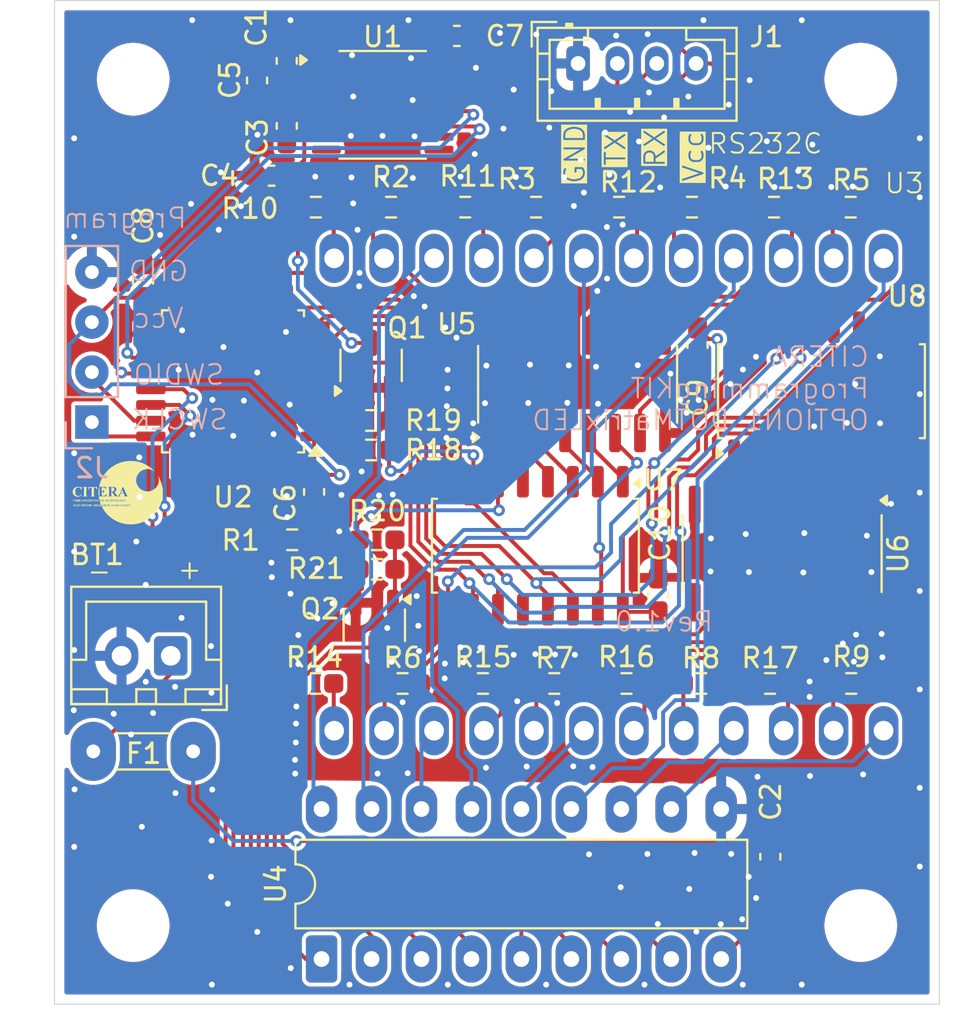
<source format=kicad_pcb>
(kicad_pcb (version 20241229) (generator "pcbnew") (generator_version "9.0")
  (layers (0 "F.Cu" signal) (2 "B.Cu" signal) (13 "F.Paste" user) (15 "B.Paste" user) (5 "F.SilkS" user "F.Silkscreen") (7 "B.SilkS" user "B.Silkscreen") (1 "F.Mask" user) (3 "B.Mask" user) (25 "Edge.Cuts" user))
  (net 0 "")
  (net 1 "+3.3V")
  (net 2 "GND")
  (net 3 "Net-(U3-COL1_R)")
  (net 4 "Net-(U3-COL2_R)")
  (net 5 "Net-(U3-COL3_R)")
  (net 6 "Net-(U3-COL4_R)")
  (net 7 "Net-(U3-COL5_R)")
  (net 8 "Net-(U3-COL6_R)")
  (net 9 "Net-(U3-COL7_R)")
  (net 10 "Net-(U3-COL8_R)")
  (net 11 "COL1_G")
  (net 12 "Net-(U3-COL1_G)")
  (net 13 "Net-(U3-COL2_G)")
  (net 14 "Net-(U3-COL3_G)")
  (net 15 "Net-(U3-COL4_G)")
  (net 16 "Net-(U3-COL5_G)")
  (net 17 "COL5_G")
  (net 18 "Net-(U3-COL6_G)")
  (net 19 "Net-(U3-COL7_G)")
  (net 20 "Net-(U3-COL8_G)")
  (net 21 "ROW6G")
  (net 22 "ROW1G")
  (net 23 "ROW5G")
  (net 24 "ROW2G")
  (net 25 "ROW7G")
  (net 26 "ROW2")
  (net 27 "ROW5")
  (net 28 "ROW3")
  (net 29 "ROW4")
  (net 30 "ROW8G")
  (net 31 "ROW4G")
  (net 32 "ROW6")
  (net 33 "ROW3G")
  (net 34 "ROW8")
  (net 35 "ROW1")
  (net 36 "ROW7")
  (net 37 "TX_RS232C")
  (net 38 "RX_RS232C")
  (net 39 "UART1_RX")
  (net 40 "UART1_TX")
  (net 41 "+BATT")
  (net 42 "Net-(U1-C1+)")
  (net 43 "Net-(U1-C1-)")
  (net 44 "Net-(U1-C2-)")
  (net 45 "Net-(U1-C2+)")
  (net 46 "Net-(U1-VS-)")
  (net 47 "Net-(U1-VS+)")
  (net 48 "COL7_G_LED")
  (net 49 "Net-(Q1-B)")
  (net 50 "COL8_G_LED")
  (net 51 "Net-(Q2-B)")
  (net 52 "COL1_R_LED")
  (net 53 "COL2_R_LED")
  (net 54 "COL3_R_LED")
  (net 55 "COL4_R_LED")
  (net 56 "COL5_R_LED")
  (net 57 "COL6_R_LED")
  (net 58 "COL7_R_LED")
  (net 59 "COL8_R_LED")
  (net 60 "COL1_G_LED")
  (net 61 "COL2_G_LED")
  (net 62 "COL3_G_LED")
  (net 63 "COL4_G_LED")
  (net 64 "COL5_G_LED")
  (net 65 "COL6_G_LED")
  (net 71 "SWCLK")
  (net 72 "SWDIO")
  (net 73 "Net-(U2-PB8{slash}BOOT0)")
  (net 82 "~{OE}")
  (net 83 "SRCLK")
  (net 84 "~{SRCLR}")
  (net 85 "RCLK")
  (net 86 "Net-(U7-QH')")
  (net 87 "SER")
  (net 88 "COL4_R")
  (net 89 "COL3_R")
  (net 90 "COL2_R")
  (net 91 "COL3_G")
  (net 92 "COL4_G")
  (net 93 "COL2_G")
  (net 94 "COL1_R")
  (net 95 "COL8_G")
  (net 96 "COL6_R")
  (net 97 "COL6_G")
  (net 98 "COL8_R")
  (net 99 "COL5_R")
  (net 100 "COL7_R")
  (net 101 "COL7_G")
  (net 105 "Net-(BT1-+)")
  (footprint "Resistor_SMD:R_0603_1608Metric_Pad0.98x0.95mm_HandSolder" (layer "F.Cu") (at 104.4 106.4)
    (property "Reference" "R20")
    (property "Value" "2.2k")
  )
  (footprint "Capacitor_SMD:C_0603_1608Metric_Pad1.08x0.95mm_HandSolder" (layer "F.Cu") (at 99.81 82.07 -90)
    (property "Reference" "C1")
    (property "Value" "0.1u")
  )
  (footprint "Resistor_SMD:R_0603_1608Metric_Pad0.98x0.95mm_HandSolder" (layer "F.Cu") (at 120.4125 89.5)
    (property "Reference" "R4")
    (property "Value" "1k")
  )
  (footprint "MountingHole:MountingHole_3.2mm_M3" (layer "F.Cu") (at 92 126)
    (property "Reference" "H2" (hide yes))
    (property "Value" "MountingHole")
  )
  (footprint "Capacitor_SMD:C_0603_1608Metric_Pad1.08x0.95mm_HandSolder" (layer "F.Cu") (at 118.7 109.2 90)
    (property "Reference" "C10")
    (property "Value" "0.1u")
  )
  (footprint "Resistor_SMD:R_0603_1608Metric_Pad0.98x0.95mm_HandSolder" (layer "F.Cu") (at 120.8875 113.7)
    (property "Reference" "R8")
    (property "Value" "1k")
  )
  (footprint "Resistor_SMD:R_0603_1608Metric_Pad0.98x0.95mm_HandSolder" (layer "F.Cu") (at 124.5875 89.5 180)
    (property "Reference" "R13")
    (property "Value" "1k")
  )
  (footprint "Resistor_SMD:R_0603_1608Metric_Pad0.98x0.95mm_HandSolder" (layer "F.Cu") (at 109.7875 113.7 180)
    (property "Reference" "R15")
    (property "Value" "1k")
  )
  (footprint "Capacitor_SMD:C_0603_1608Metric_Pad1.08x0.95mm_HandSolder" (layer "F.Cu") (at 99.0375 87.9 180)
    (property "Reference" "C4")
    (property "Value" "0.1u")
  )
  (footprint "Resistor_SMD:R_0603_1608Metric_Pad0.98x0.95mm_HandSolder" (layer "F.Cu") (at 117.0875 113.7 180)
    (property "Reference" "R16")
    (property "Value" "1k")
  )
  (footprint "Resistor_SMD:R_0603_1608Metric_Pad0.98x0.95mm_HandSolder" (layer "F.Cu") (at 100.0875 106.4)
    (property "Reference" "R1")
    (property "Value" "10k")
  )
  (footprint "Package_SO:SOIC-16_3.9x9.9mm_P1.27mm" (layer "F.Cu") (at 114.6 98.5 90)
    (property "Reference" "U5")
    (property "Value" "DRV777")
  )
  (footprint "Resistor_SMD:R_0603_1608Metric_Pad0.98x0.95mm_HandSolder" (layer "F.Cu") (at 101.2875 89.5 180)
    (property "Reference" "R10")
    (property "Value" "1k")
  )
  (footprint "Package_SO:TSSOP-16_4.4x5mm_P0.65mm" (layer "F.Cu") (at 104.6875 84.3)
    (property "Reference" "U1")
    (property "Value" "ICL3232")
  )
  (footprint "Capacitor_SMD:C_0603_1608Metric_Pad1.08x0.95mm_HandSolder" (layer "F.Cu") (at 101.2 103.9625 -90)
    (property "Reference" "C6")
    (property "Value" "0.1u")
  )
  (footprint "Capacitor_SMD:C_0603_1608Metric_Pad1.08x0.95mm_HandSolder" (layer "F.Cu") (at 92.5 93.2375 90)
    (property "Reference" "C8")
    (property "Value" "0.1u")
  )
  (footprint "MountingHole:MountingHole_3.2mm_M3" (layer "F.Cu") (at 92 83)
    (property "Reference" "H1" (hide yes))
    (property "Value" "MountingHole")
  )
  (footprint "yuki_lib:CITERA_LOGO_8" (layer "F.Cu") (at 91.4 103.83)
    (property "Reference" "G***" (hide yes))
    (property "Value" "LOGO" (hide yes))
  )
  (footprint "yuki_lib:R_1_6W" (layer "F.Cu") (at 95.05 117.15 180)
    (property "Reference" "F1")
    (property "Value" "Polyfuse")
  )
  (footprint "Resistor_SMD:R_0603_1608Metric_Pad0.98x0.95mm_HandSolder" (layer "F.Cu") (at 124.3875 113.7 180)
    (property "Reference" "R17")
    (property "Value" "1k")
  )
  (footprint "Package_SO:SOP-16_4.55x10.3mm_P1.27mm" (layer "F.Cu") (at 112.455 106.7 -90)
    (property "Reference" "U7")
    (property "Value" "74HC595")
  )
  (footprint "Resistor_SMD:R_0603_1608Metric_Pad0.98x0.95mm_HandSolder" (layer "F.Cu") (at 105.7 113.7)
    (property "Reference" "R6")
    (property "Value" "1k")
  )
  (footprint "MountingHole:MountingHole_3.2mm_M3" (layer "F.Cu") (at 129 126)
    (property "Reference" "H3" (hide yes))
    (property "Value" "MountingHole")
  )
  (footprint "Capacitor_SMD:C_0603_1608Metric_Pad1.08x0.95mm_HandSolder" (layer "F.Cu") (at 108.4625 80.8)
    (property "Reference" "C7")
    (property "Value" "0.1u")
  )
  (footprint "Resistor_SMD:R_0603_1608Metric_Pad0.98x0.95mm_HandSolder" (layer "F.Cu") (at 128.5125 113.7)
    (property "Reference" "R9")
    (property "Value" "1k")
  )
  (footprint "Resistor_SMD:R_0603_1608Metric_Pad0.98x0.95mm_HandSolder" (layer "F.Cu") (at 105.1125 89.5)
    (property "Reference" "R2")
    (property "Value" "1k")
  )
  (footprint "Package_QFP:LQFP-32_7x7mm_P0.8mm" (layer "F.Cu") (at 97.075 98.35 180)
    (property "Reference" "U2")
    (property "Value" "CH32V203K8T6")
  )
  (footprint "Resistor_SMD:R_0603_1608Metric_Pad0.98x0.95mm_HandSolder" (layer "F.Cu") (at 104.1 100.3375 180)
    (property "Reference" "R19")
    (property "Value" "10k")
  )
  (footprint "Resistor_SMD:R_0603_1608Metric_Pad0.98x0.95mm_HandSolder" (layer "F.Cu") (at 112.4875 89.5 180)
    (property "Reference" "R3")
    (property "Value" "1k")
  )
  (footprint "Capacitor_SMD:C_0603_1608Metric_Pad1.08x0.95mm_HandSolder" (layer "F.Cu") (at 99.81 85.37 -90)
    (property "Reference" "C3")
    (property "Value" "0.1u")
  )
  (footprint "MountingHole:MountingHole_3.2mm_M3" (layer "F.Cu") (at 129 83)
    (property "Reference" "H4" (hide yes))
    (property "Value" "MountingHole")
  )
  (footprint "Resistor_SMD:R_0603_1608Metric_Pad0.98x0.95mm_HandSolder" (layer "F.Cu") (at 101.2875 113.7 180)
    (property "Reference" "R14")
    (property "Value" "1k")
  )
  (footprint "yuki_lib:LTP-12188M-08" (layer "F.Cu") (at 102.22 116.1)
    (property "Reference" "U3")
    (property "Value" "LTP-12188M-08")
  )
  (footprint "Resistor_SMD:R_0603_1608Metric_Pad0.98x0.95mm_HandSolder" (layer "F.Cu") (at 113.4125 113.7)
    (property "Reference" "R7")
    (property "Value" "1k")
  )
  (footprint "Resistor_SMD:R_0603_1608Metric_Pad0.98x0.95mm_HandSolder" (layer "F.Cu") (at 128.4875 89.5)
    (property "Reference" "R5")
    (property "Value" "1k")
  )
  (footprint "Package_TO_SOT_SMD:SOT-23-3" (layer "F.Cu") (at 104.1 97.5375 90)
    (property "Reference" "Q1")
    (property "Value" "2SC2712")
  )
  (footprint "Package_DIP:DIP-18_W7.62mm_LongPads" (layer "F.Cu") (at 101.58 127.7 90)
    (property "Reference" "U4")
    (property "Value" "M54564P")
  )
  (footprint "Package_SO:SOP-16_4.55x10.3mm_P1.27mm" (layer "F.Cu") (at 127 98.85 90)
    (property "Reference" "U8")
    (property "Value" "74HC595")
  )
  (footprint "Package_SO:SOIC-16_3.9x9.9mm_P1.27mm" (layer "F.Cu") (at 125 107.1 -90)
    (property "Reference" "U6")
    (property "Value" "DRV777")
  )
  (footprint "Connector_JST:JST_XH_B2B-XH-A_1x02_P2.50mm_Vertical" (layer "F.Cu") (at 93.91 112.295 180)
    (property "Reference" "BT1")
    (property "Value" "Battery")
  )
  (footprint "Resistor_SMD:R_0603_1608Metric_Pad0.98x0.95mm_HandSolder" (layer "F.Cu") (at 104.1 101.8375 180)
    (property "Reference" "R18")
    (property "Value" "2.2k")
  )
  (footprint "Connector_JST:JST_PH_B4B-PH-K_1x04_P2.00mm_Vertical" (layer "F.Cu") (at 114.625 82.2)
    (property "Reference" "J1")
    (property "Value" "Conn_01x04")
  )
  (footprint "Resistor_SMD:R_0603_1608Metric_Pad0.98x0.95mm_HandSolder" (layer "F.Cu") (at 104.4 107.9)
    (property "Reference" "R21")
    (property "Value" "10k")
  )
  (footprint "Capacitor_SMD:C_0603_1608Metric_Pad1.08x0.95mm_HandSolder" (layer "F.Cu") (at 98.3 83.0625 -90)
    (property "Reference" "C5")
    (property "Value" "0.1u")
  )
  (footprint "Resistor_SMD:R_0603_1608Metric_Pad0.98x0.95mm_HandSolder" (layer "F.Cu") (at 116.7125 89.5 180)
    (property "Reference" "R12")
    (property "Value" "1k")
  )
  (footprint "Package_TO_SOT_SMD:SOT-23-3" (layer "F.Cu") (at 104.2625 110.7375 -90)
    (property "Reference" "Q2")
    (property "Value" "2SC2712")
  )
  (footprint "Capacitor_SMD:C_0603_1608Metric_Pad1.08x0.95mm_HandSolder" (layer "F.Cu") (at 124.4 122.5 90)
    (property "Reference" "C2")
    (property "Value" "0.1u")
  )
  (footprint "Resistor_SMD:R_0603_1608Metric_Pad0.98x0.95mm_HandSolder" (layer "F.Cu") (at 108.8875 89.5 180)
    (property "Reference" "R11")
    (property "Value" "1k")
  )
  (footprint "Capacitor_SMD:C_0603_1608Metric_Pad1.08x0.95mm_HandSolder" (layer "F.Cu") (at 120.7 96.5 -90)
    (property "Reference" "C9")
    (property "Value" "0.1u")
  )
  (footprint "yuki_lib:PinHeader_1x04_Program" (layer "B.Cu") (at 89.9 100.42)
    (property "Reference" "J2")
    (property "Value" "Conn_01x04")
  )
  (gr_rect (start 88 79) (end 133 130) (stroke (width 0.05)) (fill no) (layer "Edge.Cuts"))
  (gr_text "RX" (at 119.12 87.55 90) (layer "F.SilkS" knockout) (effects (font (size 1 1) (thickness 0.1)) (justify left bottom)))
  (gr_text "-" (at 89.59 108.57 0) (layer "F.SilkS") (effects (font (size 1 1) (thickness 0.1)) (justify left bottom)))
  (gr_text "+" (at 94.185 108.48 0) (layer "F.SilkS") (effects (font (size 1 1) (thickness 0.1)) (justify left bottom)))
  (gr_text "GND" (at 115.05 88.39 90) (layer "F.SilkS" knockout) (effects (font (size 1 1) (thickness 0.1)) (justify left bottom)))
  (gr_text "TX" (at 117.11 87.47 90) (layer "F.SilkS" knockout) (effects (font (size 1 1) (thickness 0.1)) (justify left bottom)))
  (gr_text "RS232C" (at 121.18 86.86 0) (layer "F.SilkS") (effects (font (size 1 1) (thickness 0.1)) (justify left bottom)))
  (gr_text "Vcc\n" (at 121.08 88.27 90) (layer "F.SilkS" knockout) (effects (font (size 1 1) (thickness 0.1)) (justify left bottom)))
  (gr_text "Rev1.0" (at 121.56 111.1425 0) (layer "B.SilkS") (effects (font (size 1 1) (thickness 0.1)) (justify left bottom mirror)))
  (gr_text "SWCLK" (at 96.88 100.88 0) (layer "B.SilkS") (effects (font (size 1 1) (thickness 0.1)) (justify left bottom mirror)))
  (gr_text "Vcc" (at 94.64 95.72 0) (layer "B.SilkS") (effects (font (size 1 1) (thickness 0.1)) (justify left bottom mirror)))
  (gr_text "Program" (at 94.79 90.64 0) (layer "B.SilkS") (effects (font (size 1 1) (thickness 0.1)) (justify left bottom mirror)))
  (gr_text "CITERA\nProgrammingKIT\nOPTION1 DOTMatrixLED" (at 129.49 100.91 0) (layer "B.SilkS") (effects (font (size 1 1) (thickness 0.1)) (justify left bottom mirror)))
  (gr_text "SWDIO" (at 96.7 98.6 0) (layer "B.SilkS") (effects (font (size 1 1) (thickness 0.1)) (justify left bottom mirror)))
  (gr_text "GND" (at 94.88 93.34 0) (layer "B.SilkS") (effects (font (size 1 1) (thickness 0.1)) (justify left bottom mirror)))
  (segment (start 99.724 88.676) (end 97 91.4) (width 0.2) (layer "F.Cu") (net 1))
  (segment (start 122.555 95.6) (end 122.555 95.428032) (width 0.2) (layer "F.Cu") (net 1))
  (segment (start 102.301 100.848999) (end 102.301 98.402) (width 0.2) (layer "F.Cu") (net 1))
  (segment (start 123.782032 94.201) (end 130.045338 94.201) (width 0.2) (layer "F.Cu") (net 1))
  (segment (start 91.14 94.1) (end 92.5 94.1) (width 0.2) (layer "F.Cu") (net 1))
  (segment (start 131.211 93.035338) (end 131.211 90.055366) (width 0.2) (layer "F.Cu") (net 1))
  (segment (start 117.0125 110.0625) (end 116.9 109.95) (width 0.2) (layer "F.Cu") (net 1))
  (segment (start 130.045338 94.201) (end 131.211 93.035338) (width 0.2) (layer "F.Cu") (net 1))
  (segment (start 118.7 110.0625) (end 117.0125 110.0625) (width 0.2) (layer "F.Cu") (net 1))
  (segment (start 101.25 101.15) (end 101.999999 101.15) (width 0.2) (layer "F.Cu") (net 1))
  (segment (start 122.555 95.428032) (end 123.782032 94.201) (width 0.2) (layer "F.Cu") (net 1))
  (segment (start 131.211 90.055366) (end 128.955634 87.8) (width 0.2) (layer "F.Cu") (net 1))
  (segment (start 118.199 102.801) (end 118.5 102.5) (width 0.2) (layer "F.Cu") (net 1))
  (segment (start 118.199 104.899587) (end 118.199 102.801) (width 0.2) (layer "F.Cu") (net 1))
  (segment (start 97 91.4) (end 95.3 91.4) (width 0.2) (layer "F.Cu") (net 1))
  (segment (start 114.149 88.676) (end 99.724 88.676) (width 0.2) (layer "F.Cu") (net 1))
  (segment (start 116.9 109.95) (end 116.9 106.198587) (width 0.2) (layer "F.Cu") (net 1))
  (segment (start 108.376 80.024) (end 107.6 80.8) (width 0.2) (layer "F.Cu") (net 1))
  (segment (start 120.7 95.6375) (end 122.5175 95.6375) (width 0.2) (layer "F.Cu") (net 1))
  (segment (start 101.2 101.2) (end 101.25 101.15) (width 0.2) (layer "F.Cu") (net 1))
  (segment (start 101.2 103.1) (end 101.2 101.2) (width 0.2) (layer "F.Cu") (net 1))
  (segment (start 120.625 82.2) (end 114.149 88.676) (width 0.2) (layer "F.Cu") (net 1))
  (segment (start 101.999999 101.15) (end 102.301 100.848999) (width 0.2) (layer "F.Cu") (net 1))
  (segment (start 121.2625 96.2) (end 120.7 95.6375) (width 0.2) (layer "F.Cu") (net 1))
  (segment (start 92.5 95.15) (end 92.9 95.55) (width 0.2) (layer "F.Cu") (net 1))
  (segment (start 95.3 91.4) (end 92.6 94.1) (width 0.2) (layer "F.Cu") (net 1))
  (segment (start 120.625 82.2) (end 118.449 80.024) (width 0.2) (layer "F.Cu") (net 1))
  (segment (start 107.6 80.8) (end 107.6 81.975) (width 0.2) (layer "F.Cu") (net 1))
  (segment (start 101.849 97.95) (end 101.25 97.95) (width 0.2) (layer "F.Cu") (net 1))
  (segment (start 116.9 106.198587) (end 118.199 104.899587) (width 0.2) (layer "F.Cu") (net 1))
  (segment (start 102.5 103.1) (end 101.2 103.1) (width 0.2) (layer "F.Cu") (net 1))
  (segment (start 89.9 95.34) (end 91.14 94.1) (width 0.2) (layer "F.Cu") (net 1))
  (segment (start 118.449 80.024) (end 108.376 80.024) (width 0.2) (layer "F.Cu") (net 1))
  (segment (start 122.5175 95.6375) (end 122.555 95.6) (width 0.2) (layer "F.Cu") (net 1))
  (segment (start 107.6 81.975) (end 107.55 82.025) (width 0.2) (layer "F.Cu") (net 1))
  (segment (start 92.6 94.1) (end 92.5 94.1) (width 0.2) (layer "F.Cu") (net 1))
  (segment (start 102.301 98.402) (end 101.849 97.95) (width 0.2) (layer "F.Cu") (net 1))
  (segment (start 128.955634 87.8) (end 127 87.8) (width 0.2) (layer "F.Cu") (net 1))
  (segment (start 127 87.8) (end 121.4 82.2) (width 0.2) (layer "F.Cu") (net 1))
  (segment (start 121.7 96.2) (end 121.2625 96.2) (width 0.2) (layer "F.Cu") (net 1))
  (segment (start 92.5 94.1) (end 92.5 95.15) (width 0.2) (layer "F.Cu") (net 1))
  (segment (start 121.4 82.2) (end 120.625 82.2) (width 0.2) (layer "F.Cu") (net 1))
  (via (at 102.5 103.1) (size 0.6) (drill 0.3) (layers "F.Cu" "B.Cu") (net 1))
  (via (at 121.7 96.2) (size 0.6) (drill 0.3) (layers "F.Cu" "B.Cu") (net 1))
  (via (at 118.5 102.5) (size 0.6) (drill 0.3) (layers "F.Cu" "B.Cu") (net 1))
  (segment (start 97.9 98.5) (end 102.5 103.1) (width 0.2) (layer "B.Cu") (net 1))
  (segment (start 89.9 95.34) (end 88.749 96.491) (width 0.2) (layer "B.Cu") (net 1))
  (segment (start 88.749 96.491) (end 88.749 98.35676) (width 0.2) (layer "B.Cu") (net 1))
  (segment (start 89.42324 99.031) (end 90.37676 99.031) (width 0.2) (layer "B.Cu") (net 1))
  (segment (start 121.7 99.3) (end 121.7 96.2) (width 0.2) (layer "B.Cu") (net 1))
  (segment (start 88.749 98.35676) (end 89.42324 99.031) (width 0.2) (layer "B.Cu") (net 1))
  (segment (start 90.90776 98.5) (end 97.9 98.5) (width 0.2) (layer "B.Cu") (net 1))
  (segment (start 90.37676 99.031) (end 90.90776 98.5) (width 0.2) (layer "B.Cu") (net 1))
  (segment (start 118.5 102.5) (end 121.7 99.3) (width 0.2) (layer "B.Cu") (net 1))
  (segment (start 105.0125 100.3375) (end 104.25 101.1) (width 0.25) (layer "F.Cu") (net 2))
  (segment (start 104.25 101.1) (end 104.13 101.1) (width 0.25) (layer "F.Cu") (net 2))
  (segment (start 104.13 101.1) (end 104.13 99.01) (width 0.25) (layer "F.Cu") (net 2))
  (segment (start 104.13 99.01) (end 104.11 98.99) (width 0.25) (layer "F.Cu") (net 2))
  (via (at 123.68 124.6) (size 0.6) (drill 0.3) (layers "F.Cu" "B.Cu") (net 2))
  (via (at 96 129) (size 0.6) (drill 0.3) (layers "F.Cu" "B.Cu") (net 2))
  (via (at 103.13 81.78) (size 0.6) (drill 0.3) (layers "F.Cu" "B.Cu") (net 2))
  (via (at 100.4 111.24) (size 0.6) (drill 0.3) (layers "F.Cu" "B.Cu") (net 2))
  (via (at 104.72 88.03) (size 0.6) (drill 0.3) (layers "F.Cu" "B.Cu") (net 2))
  (via (at 92.16 106.49) (size 0.6) (drill 0.3) (layers "F.Cu" "B.Cu") (net 2))
  (via (at 111.53 114.6) (size 0.6) (drill 0.3) (layers "F.Cu" "B.Cu") (net 2))
  (via (at 118.68 125.92) (size 0.6) (drill 0.3) (layers "F.Cu" "B.Cu") (net 2))
  (via (at 119.82 99.3) (size 0.6) (drill 0.3) (layers "F.Cu" "B.Cu") (net 2))
  (via (at 95.98 114.17) (size 0.6) (drill 0.3) (layers "F.Cu" "B.Cu") (net 2))
  (via (at 107.84 113.44) (size 0.6) (drill 0.3) (layers "F.Cu" "B.Cu") (net 2))
  (via (at 102.14 109.63) (size 0.6) (drill 0.3) (layers "F.Cu" "B.Cu") (net 2))
  (via (at 95.96 111.8) (size 0.6) (drill 0.3) (layers "F.Cu" "B.Cu") (net 2))
  (via (at 96.35 90.65) (size 0.6) (drill 0.3) (layers "F.Cu" "B.Cu") (net 2))
  (via (at 126.54 86.32) (size 0.6) (drill 0.3) (layers "F.Cu" "B.Cu") (net 2))
  (via (at 126.42 118.4) (size 0.6) (drill 0.3) (layers "F.Cu" "B.Cu") (net 2))
  (via (at 126 129) (size 0.6) (drill 0.3) (layers "F.Cu" "B.Cu") (net 2))
  (via (at 107.95 99.61) (size 0.6) (drill 0.3) (layers "F.Cu" "B.Cu") (net 2))
  (via (at 100.4 112.71) (size 0.6) (drill 0.3) (layers "F.Cu" "B.Cu") (net 2))
  (via (at 100 109.14) (size 0.6) (drill 0.3) (layers "F.Cu" "B.Cu") (net 2))
  (via (at 92.44 120.98) (size 0.6) (drill 0.3) (layers "F.Cu" "B.Cu") (net 2))
  (via (at 123.01 97.75) (size 0.6) (drill 0.3) (layers "F.Cu" "B.Cu") (net 2))
  (via (at 100.23 117.58) (size 0.6) (drill 0.3) (layers "F.Cu" "B.Cu") (net 2))
  (via (at 107.87 95.61) (size 0.6) (drill 0.3) (layers "F.Cu" "B.Cu") (net 2))
  (via (at 109.37 86.8) (size 0.6) (drill 0.3) (layers "F.Cu" "B.Cu") (net 2))
  (via (at 111.35 112.24) (size 0.6) (drill 0.3) (layers "F.Cu" "B.Cu") (net 2))
  (via (at 113.26 83.61) (size 0.6) (drill 0.3) (layers "F.Cu" "B.Cu") (net 2))
  (via (at 92.32 104.22) (size 0.6) (drill 0.3) (layers "F.Cu" "B.Cu") (net 2))
  (via (at 105.96 118.26) (size 0.6) (drill 0.3) (layers "F.Cu" "B.Cu") (net 2))
  (via (at 95.02 101.06) (size 0.6) (drill 0.3) (layers "F.Cu" "B.Cu") (net 2))
  (via (at 97.63 99.33) (size 0.6) (drill 0.3) (layers "F.Cu" "B.Cu") (net 2))
  (via (at 132 89) (size 0.6) (drill 0.3) (layers "F.Cu" "B.Cu") (net 2))
  (via (at 128.59 88.45) (size 0.6) (drill 0.3) (layers "F.Cu" "B.Cu") (net 2))
  (via (at 115.6 93.76) (size 0.6) (drill 0.3) (layers "F.Cu" "B.Cu") (net 2))
  (via (at 102.48 105.97) (size 0.6) (drill 0.3) (layers "F.Cu" "B.Cu") (net 2))
  (via (at 95.99 121.68) (size 0.6) (drill 0.3) (layers "F.Cu" "B.Cu") (net 2))
  (via (at 123.35 83.05) (size 0.6) (drill 0.3) (layers "F.Cu" "B.Cu") (net 2))
  (via (at 116.22 87.85) (size 0.6) (drill 0.3) (layers "F.Cu" "B.Cu") (net 2))
  (via (at 120.14 99.95) (size 0.6) (drill 0.3) (layers "F.Cu" "B.Cu") (net 2))
  (via (at 105.14 112.6) (size 0.6) (drill 0.3) (layers "F.Cu" "B.Cu") (net 2))
  (via (at 130.06 111.18) (size 0.6) (drill 0.3) (layers "F.Cu" "B.Cu") (net 2))
  (via (at 103.41 90.65) (size 0.6) (drill 0.3) (layers "F.Cu" "B.Cu") (net 2))
  (via (at 96.46 87.73) (size 0.6) (drill 0.3) (layers "F.Cu" "B.Cu") (net 2))
  (via (at 96.59 96.61) (size 0.6) (drill 0.3) (layers "F.Cu" "B.Cu") (net 2))
  (via (at 99.84 105.25) (size 0.6) (drill 0.3) (layers "F.Cu" "B.Cu") (net 2))
  (via (at 128.09 111.67) (size 0.6) (drill 0.3) (layers "F.Cu" "B.Cu") (net 2))
  (via (at 95 80) (size 0.6) (drill 0.3) (layers "F.Cu" "B.Cu") (net 2))
  (via (at 126.4 113.6) (size 0.6) (drill 0.3) (layers "F.Cu" "B.Cu") (net 2))
  (via (at 98.31 97.9) (size 0.6) (drill 0.3) (layers "F.Cu" "B.Cu") (net 2))
  (via (at 107.99 97.76) (size 0.6) (drill 0.3) (layers "F.Cu" "B.Cu") (net 2))
  (via (at 96.02 119.09) (size 0.6) (drill 0.3) (layers "F.Cu" "B.Cu") (net 2))
  (via (at 99.03 107.56) (size 0.6) (drill 0.3) (layers "F.Cu" "B.Cu") (net 2))
  (via (at 104.68 85.88) (size 0.6) (drill 0.3) (layers "F.Cu" "B.Cu") (net 2))
  (via (at 103.19 89.31) (size 0.6) (drill 0.3) (layers "F.Cu" "B.Cu") (net 2))
  (via (at 96.81 124.89) (size 0.6) (drill 0.3) (layers "F.Cu" "B.Cu") (net 2))
  (via (at 123.75 118.44) (size 0.6) (drill 0.3) (layers "F.Cu" "B.Cu") (net 2))
  (via (at 112.18 97.5) (size 0.6) (drill 0.3) (layers "F.Cu" "B.Cu") (net 2))
  (via (at 99.81 104.17) (size 0.6) (drill 0.3) (layers "F.Cu" "B.Cu") (net 2))
  (via (at 128.65 112.59) (size 0.6) (drill 0.3) (layers "F.Cu" "B.Cu") (net 2))
  (via (at 116.56 80.79) (size 0.6) (drill 0.3) (layers "F.Cu" "B.Cu") (net 2))
  (via (at 103.19 83.88) (size 0.6) (drill 0.3) (layers "F.Cu" "B.Cu") (net 2))
  (via (at 106.42 109.26) (size 0.6) (drill 0.3) (layers "F.Cu" "B.Cu") (net 2))
  (via (at 98.32 85.82) (size 0.6) (drill 0.3) (layers "F.Cu" "B.Cu") (net 2))
  (via (at 124.22 86.15) (size 0.6) (drill 0.3) (layers "F.Cu" "B.Cu") (net 2))
  (via (at 114.38 117.91) (size 0.6) (drill 0.3) (layers "F.Cu" "B.Cu") (net 2))
  (via (at 89.02 119.08) (size 0.6) (drill 0.3) (layers "F.Cu" "B.Cu") (net 2))
  (via (at 118 129) (size 0.6) (drill 0.3) (layers "F.Cu" "B.Cu") (net 2))
  (via (at 110.65 80.65) (size 0.6) (drill 0.3) (layers "F.Cu" "B.Cu") (net 2))
  (via (at 120.64 126.31) (size 0.6) (drill 0.3) (layers "F.Cu" "B.Cu") (net 2))
  (via (at 100.3 114.87) (size 0.6) (drill 0.3) (layers "F.Cu" "B.Cu") (net 2))
  (via (at 94.13 113.87) (size 0.6) (drill 0.3) (layers "F.Cu" "B.Cu") (net 2))
  (via (at 109.94 117.98) (size 0.6) (drill 0.3) (layers "F.Cu" "B.Cu") (net 2))
  (via (at 121 80) (size 0.6) (drill 0.3) (layers "F.Cu" "B.Cu") (net 2))
  (via (at 121.88 125.93) (size 0.6) (drill 0.3) (layers "F.Cu" "B.Cu") (net 2))
  (via (at 132 104) (size 0.6) (drill 0.3) (layers "F.Cu" "B.Cu") (net 2))
  (via (at 106.21 84.06) (size 0.6) (drill 0.3) (layers "F.Cu" "B.Cu") (net 2))
  (via (at 129.54 108.04) (size 0.6) (drill 0.3) (layers "F.Cu" "B.Cu") (net 2))
  (via (at 123.67 97.1) (size 0.6) (drill 0.3) (layers "F.Cu" "B.Cu") (net 2))
  (via (at 123.31 108.04) (size 0.6) (drill 0.3) (layers "F.Cu" "B.Cu") (net 2))
  (via (at 119 84.94) (size 0.6) (drill 0.3) (layers "F.Cu" "B.Cu") (net 2))
  (via (at 98.31 126.32) (size 0.6) (drill 0.3) (layers "F.Cu" "B.Cu") (net 2))
  (via (at 126.08 108.06) (size 0.6) (drill 0.3) (layers "F.Cu" "B.Cu") (net 2))
  (via (at 103.49 93.52) (size 0.6) (drill 0.3) (layers "F.Cu" "B.Cu") (net 2))
  (via (at 120.28 124.14) (size 0.6) (drill 0.3) (layers "F.Cu" "B.Cu") (net 2))
  (via (at 130.54 104.57) (size 0.6) (drill 0.3) (layers "F.Cu" "B.Cu") (net 2))
  (via (at 114.46 112.24) (size 0.6) (drill 0.3) (layers "F.Cu" "B.Cu") (net 2))
  (via (at 109.29 100.48) (size 0.6) (drill 0.3) (layers "F.Cu" "B.Cu") (net 2))
  (via (at 107.85 112.69) (size 0.6) (drill 0.3) (layers "F.Cu" "B.Cu") (net 2))
  (via (at 132 114) (size 0.6) (drill 0.3) (layers "F.Cu" "B.Cu") (net 2))
  (via (at 102.59 104.12) (size 0.6) (drill 0.3) (layers "F.Cu" "B.Cu") (net 2))
  (via (at 127.25 112.51) (size 0.6) (drill 0.3) (layers "F.Cu" "B.Cu") (net 2))
  (via (at 111.35 83.53) (size 0.6) (drill 0.3) (layers "F.Cu" "B.Cu") (net 2))
  (via (at 100 80) (size 0.6) (drill 0.3) (layers "F.Cu" "B.Cu") (net 2))
  (via (at 89 122) (size 0.6) (drill 0.3) (layers "F.Cu" "B.Cu") (net 2))
  (via (at 94.15 119.27) (size 0.6) (drill 0.3) (layers "F.Cu" "B.Cu") (net 2))
  (via (at 116.79 124.05) (size 0.6) (drill 0.3) (layers "F.Cu" "B.Cu") (net 2))
  (via (at 103.07 85.88) (size 0.6) (drill 0.3) (layers "F.Cu" "B.Cu") (net 2))
  (via (at 110.83 85.51) (size 0.6) (drill 0.3) (layers "F.Cu" "B.Cu") (net 2))
  (via (at 103 129) (size 0.6) (drill 0.3) (layers "F.Cu" "B.Cu") (net 2))
  (via (at 126 80) (size 0.6) (drill 0.3) (layers "F.Cu" "B.Cu") (net 2))
  (via (at 129.98 100.48) (size 0.6) (drill 0.3) (layers "F.Cu" "B.Cu") (net 2))
  (via (at 128.72 98.49) (size 0.6) (drill 0.3) (layers "F.Cu" "B.Cu") (net 2))
  (via (at 129.31 106.19) (size 0.6) (drill 0.3) (layers "F.Cu" "B.Cu") (net 2))
  (via (at 117.72 86.16) (size 0.6) (drill 0.3) (layers "F.Cu" "B.Cu") (net 2))
  (via (at 132 94) (size 0.6) (drill 0.3) (layers "F.Cu" "B.Cu") (net 2))
  (via (at 107.93 101.22) (size 0.6) (drill 0.3) (layers "F.Cu" "B.Cu") (net 2))
  (via (at 106 80) (size 0.6) (drill 0.3) (layers "F.Cu" "B.Cu") (net 2))
  (via (at 132 123) (size 0.6) (drill 0.3) (layers "F.Cu" "B.Cu") (net 2))
  (via (at 108.64 111.86) (size 0.6) (drill 0.3) (layers "F.Cu" "B.Cu") (net 2))
  (via (at 94.94 89.33) (size 0.6) (drill 0.3) (layers "F.Cu" "B.Cu") (net 2))
  (via (at 117.27 84.66) (size 0.6) (drill 0.3) (layers "F.Cu" "B.Cu") (net 2))
  (via (at 112.45 112.21) (size 0.6) (drill 0.3) (layers "F.Cu" "B.Cu") (net 2))
  (via (at 114.41 89.44) (size 0.6) (drill 0.3) (layers "F.Cu" "B.Cu") (net 2))
  (via (at 118.16 80.71) (size 0.6) (drill 0.3) (layers "F.Cu" "B.Cu") (net 2))
  (via (at 103.51 92.84) (size 0.6) (drill 0.3) (layers "F.Cu" "B.Cu") (net 2))
  (via (at 126.63 100.64) (size 0.6) (drill 0.3) (layers "F.Cu" "B.Cu") (net 2))
  (via (at 103.62 102.93) (size 0.6) (drill 0.3) (layers "F.Cu" "B.Cu") (net 2))
  (via (at 118.15 122.36) (size 0.6) (drill 0.3) (layers "F.Cu" "B.Cu") (net 2))
  (via (at 121.25 86.48) (size 0.6) (drill 0.3) (layers "F.Cu" "B.Cu") (net 2))
  (via (at 94.49 95.76) (size 0.6) (drill 0.3) (layers "F.Cu" "B.Cu") (net 2))
  (via (at 109.89 99.46) (size 0.6) (drill 0.3) (layers "F.Cu" "B.Cu") (net 2))
  (via (at 114.76 87.1) (size 0.6) (drill 0.3) (layers "F.Cu" "B.Cu") (net 2))
  (via (at 128.76 111.22) (size 0.6) (drill 0.3) (layers "F.Cu" "B.Cu") (net 2))
  (via (at 104.43 118.28) (size 0.6) (drill 0.3) (layers "F.Cu" "B.Cu") (net 2))
  (via (at 97.09 101.12) (size 0.6) (drill 0.3) (layers "F.Cu" "B.Cu") (net 2))
  (via (at 89 91) (size 0.6) (drill 0.3) (layers "F.Cu" "B.Cu") (net 2))
  (via (at 129.12 118.32) (size 0.6) (drill 0.3) (layers "F.Cu" "B.Cu") (net 2))
  (via (at 118.23 83.67) (size 0.6) (drill 0.3) (layers "F.Cu" "B.Cu") (net 2))
  (via (at 115.54 97.61) (size 0.6) (drill 0.3) (layers "F.Cu" "B.Cu") (net 2))
  (via (at 122.41 122.36) (size 0.6) (drill 0.3) (layers "F.Cu" "B.Cu") (net 2))
  (via (at 122.37 98.48) (size 0.6) (drill 0.3) (layers "F.Cu" "B.Cu") (net 2))
  (via (at 123.15 106.11) (size 0.6) (drill 0.3) (layers "F.Cu" "B.Cu") (net 2))
  (via (at 108 129) (size 0.6) (drill 0.3) (layers "F.Cu" "B.Cu") (net 2))
  (via (at 100.24 118.28) (size 0.6) (drill 0.3) (layers "F.Cu" "B.Cu") (net 2))
  (via (at 92.31 102.21) (size 0.6) (drill 0.3) (layers "F.Cu" "B.Cu") (net 2))
  (via (at 106.13 81.93) (size 0.6) (drill 0.3) (layers "F.Cu" "B.Cu") (net 2))
  (via (at 127.5 88.47) (size 0.6) (drill 0.3) (layers "F.Cu" "B.Cu") (net 2))
  (via (at 122.29 84.29) (size 0.6) (drill 0.3) (layers "F.Cu" "B.Cu") (net 2))
  (via (at 89 102) (size 0.6) (drill 0.3) (layers "F.Cu" "B.Cu") (net 2))
  (via (at 99.05 108.3) (size 0.6) (drill 0.3) (layers "F.Cu" "B.Cu") (net 2))
  (via (at 116.1 93.13) (size 0.6) (drill 0.3) (layers "F.Cu" "B.Cu") (net 2))
  (via (at 132 99) (size 0.6) (drill 0.3) (layers "F.Cu" "B.Cu") (net 2))
  (via (at 114.08 99.44) (size 0.6) (drill 0.3) (layers "F.Cu" "B.Cu") (net 2))
  (via (at 88.98 115.06) (size 0.6) (drill 0.3) (layers "F.Cu" "B.Cu") (net 2))
  (via (at 109.43 82.42) (size 0.6) (drill 0.3) (layers "F.Cu" "B.Cu") (net 2))
  (via (at 121.38 106.33) (size 0.6) (drill 0.3) (layers "F.Cu" "B.Cu") (net 2))
  (via (at 89 112) (size 0.6) (drill 0.3) (layers "F.Cu" "B.Cu") (net 2))
  (via (at 112.09 99.45) (size 0.6) (drill 0.3) (layers "F.Cu" "B.Cu") (net 2))
  (via (at 108.78 112.63) (size 0.6) (drill 0.3) (layers "F.Cu" "B.Cu") (net 2))
  (via (at 132 109) (size 0.6) (drill 0.3) (layers "F.Cu" "B.Cu") (net 2))
  (via (at 93.01 115.2) (size 0.6) (drill 0.3) (layers "F.Cu" "B.Cu") (net 2))
  (via (at 109.96 97.55) (size 0.6) (drill 0.3) (layers "F.Cu" "B.Cu") (net 2))
  (via (at 126.13 106.06) (size 0.6) (drill 0.3) (layers "F.Cu" "B.Cu") (net 2))
  (via (at 101.37 107.85) (size 0.6) (drill 0.3) (layers "F.Cu" "B.Cu") (net 2))
  (via (at 114.92 88.76) (size 0.6) (drill 0.3) (layers "F.Cu" "B.Cu") (net 2))
  (via (at 117.66 97.53) (size 0.6) (drill 0.3) (layers "F.Cu" "B.Cu") (net 2))
  (via (at 99.96 99.53) (size 0.6) (drill 0.3) (layers "F.Cu" "B.Cu") (net 2))
  (via (at 101.37 110.39) (size 0.6) (drill 0.3) (layers "F.Cu" "B.Cu") (net 2))
  (via (at 112.01 117.92) (size 0.6) (drill 0.3) (layers "F.Cu" "B.Cu") (net 2))
  (via (at 132 119) (size 0.6) (drill 0.3) (layers "F.Cu" "B.Cu") (net 2))
  (via (at 99.14 101.03) (size 0.6) (drill 0.3) (layers "F.Cu" "B.Cu") (net 2))
  (via (at 89 107) (size 0.6) (drill 0.3) (layers "F.Cu" "B.Cu") (net 2))
  (via (at 99.77 95.84) (size 0.6) (drill 0.3) (layers "F.Cu" "B.Cu") (net 2))
  (via (at 120.23 83.88) (size 0.6) (drill 0.3) (layers "F.Cu" "B.Cu") (net 2))
  (via (at 108.65 87.95) (size 0.6) (drill 0.3) (layers "F.Cu" "B.Cu") (net 2))
  (via (at 113.16 85.46) (size 0.6) (drill 0.3) (layers "F.Cu" "B.Cu") (net 2))
  (via (at 112.5 80.72) (size 0.6) (drill 0.3) (layers "F.Cu" "B.Cu") (net 2))
  (via (at 113 129) (size 0.6) (drill 0.3) (layers "F.Cu" "B.Cu") (net 2))
  (via (at 106.5 110.77) (size 0.6) (drill 0.3) (layers "F.Cu" "B.Cu") (net 2))
  (via (at 130.1 112.37) (size 0.6) (drill 0.3) (layers "F.Cu" "B.Cu") (net 2))
  (via (at 106.27 94.02) (size 0.6) (drill 0.3) (layers "F.Cu" "B.Cu") (net 2))
  (via (at 103.1 87.99) (size 0.6) (drill 0.3) (layers "F.Cu" "B.Cu") (net 2))
  (via (at 121.36 108.01) (size 0.6) (drill 0.3) (layers "F.Cu" "B.Cu") (net 2))
  (via (at 120.76 99.3) (size 0.6) (drill 0.3) (layers "F.Cu" "B.Cu") (net 2))
  (via (at 89 86) (size 0.6) (drill 0.3) (layers "F.Cu" "B.Cu") (net 2))
  (via (at 100.27 116.7) (size 0.6) (drill 0.3) (layers "F.Cu" "B.Cu") (net 2))
  (via (at 94.46 110.37) (size 0.6) (drill 0.3) (layers "F.Cu" "B.Cu") (net 2))
  (via (at 123 129) (size 0.6) (drill 0.3) (layers "F.Cu" "B.Cu") (net 2))
  (via (at 92.64 108.69) (size 0.6) (drill 0.3) (layers "F.Cu" "B.Cu") (net 2))
  (via (at 120.55 122.31) (size 0.6) (drill 0.3) (layers "F.Cu" "B.Cu") (net 2))
  (via (at 115.36 117.95) (size 0.6) (drill 0.3) (layers "F.Cu" "B.Cu") (net 2))
  (via (at 105.7 114.65) (size 0.6) (drill 0.3) (layers "F.Cu" "B.Cu") (net 2))
  (via (at 104.92 110.88) (size 0.6) (drill 0.3) (layers "F.Cu" "B.Cu") (net 2))
  (via (at 113.45 112.23) (size 0.6) (drill 0.3) (layers "F.Cu" "B.Cu") (net 2))
  (via (at 109.28 101.2) (size 0.6) (drill 0.3) (layers "F.Cu" "B.Cu") (net 2))
  (via (at 116.09 90.51) (size 0.6) (drill 0.3) (layers "F.Cu" "B.Cu") (net 2))
  (via (at 115.18 122.38) (size 0.6) (drill 0.3) (layers "F.Cu" "B.Cu") (net 2))
  (via (at 128.3 100.46) (size 0.6) (drill 0.3) (layers "F.Cu" "B.Cu") (net 2))
  (via (at 116 85.71) (size 0.6) (drill 0.3) (layers "F.Cu" "B.Cu") (net 2))
  (via (at 132 86) (size 0.6) (drill 0.3) (layers "F.Cu" "B.Cu") (net 2))
  (via (at 95.96 123.52) (size 0.6) (drill 0.3) (layers "F.Cu" "B.Cu") (net 2))
  (via (at 107.98 98.71) (size 0.6) (drill 0.3) (layers "F.Cu" "B.Cu") (net 2))
  (via (at 114.15 97.54) (size 0.6) (drill 0.3) (layers "F.Cu" "B.Cu") (net 2))
  (via (at 118.8 88.5) (size 0.6) (drill 0.3) (layers "F.Cu" "B.Cu") (net 2))
  (via (at 125.82 87.66) (size 0.6) (drill 0.3) (layers "F.Cu" "B.Cu") (net 2))
  (via (at 106.22 88.02) (size 0.6) (drill 0.3) (layers "F.Cu" "B.Cu") (net 2))
  (via (at 100.01 128.16) (size 0.6) (drill 0.3) (layers "F.Cu" "B.Cu") (net 2))
  (via (at 116.89 90.39) (size 0.6) (drill 0.3) (layers "F.Cu" "B.Cu") (net 2))
  (via (at 105.2 104.1) (size 0.6) (drill 0.3) (layers "F.Cu" "B.Cu") (net 2))
  (via (at 91.01 115.24) (size 0.6) (drill 0.3) (layers "F.Cu" "B.Cu") (net 2))
  (via (at 122.13 88.45) (size 0.6) (drill 0.3) (layers "F.Cu" "B.Cu") (net 2))
  (via (at 106.31 85.9) (size 0.6) (drill 0.3) (layers "F.Cu" "B.Cu") (net 2))
  (via (at 113.92 87.98) (size 0.6) (drill 0.3) (layers "F.Cu" "B.Cu") (net 2))
  (via (at 123.3 123.52) (size 0.6) (drill 0.3) (layers "F.Cu" "B.Cu") (net 2))
  (via (at 100.28 115.74) (size 0.6) (drill 0.3) (layers "F.Cu" "B.Cu") (net 2))
  (via (at 96.03 99.29) (size 0.6) (drill 0.3) (layers "F.Cu" "B.Cu") (net 2))
  (via (at 129.97 97.08) (size 0.6) (drill 0.3) (layers "F.Cu" "B.Cu") (net 2))
  (via (at 92.64 113.61) (size 0.6) (drill 0.3) (layers "F.Cu" "B.Cu") (net 2))
  (via (at 93.37 90.91) (size 0.6) (drill 0.3) (layers "F.Cu" "B.Cu") (net 2))
  (via (at 126.4 114.38) (size 0.6) (drill 0.3) (layers "F.Cu" "B.Cu") (net 2))
  (via (at 104.5 104.15) (size 0.6) (drill 0.3) (layers "F.Cu" "B.Cu") (net 2))
  (via (at 97.48 89.45) (size 0.6) (drill 0.3) (layers "F.Cu" "B.Cu") (net 2))
  (via (at 111.46 87.97) (size 0.6) (drill 0.3) (layers "F.Cu" "B.Cu") (net 2))
  (via (at 115.64 99.49) (size 0.6) (drill 0.3) (layers "F.Cu" "B.Cu") (net 2))
  (via (at 94.31 97.76) (size 0.6) (drill 0.3) (layers "F.Cu" "B.Cu") (net 2))
  (via (at 108.44 96.13) (size 0.6) (drill 0.3) (layers "F.Cu" "B.Cu") (net 2))
  (via (at 124.61 88.48) (size 0.6) (drill 0.3) (layers "F.Cu" "B.Cu") (net 2))
  (via (at 109.66 111.88) (size 0.6) (drill 0.3) (layers "F.Cu" "B.Cu") (net 2))
  (via (at 106.82 94.55) (size 0.6) (drill 0.3) (layers "F.Cu" "B.Cu") (net 2))
  (via (at 122.97 125.68) (size 0.6) (drill 0.3) (layers "F.Cu" "B.Cu") (net 2))
  (via (at 119.32 97.96) (size 0.6) (drill 0.3) (layers "F.Cu" "B.Cu") (net 2))
  (via (at 106.54 112.05) (size 0.6) (drill 0.3) (layers "F.Cu" "B.Cu") (net 2))
  (via (at 91.89 116.29) (size 0.6) (drill 0.3) (layers "F.Cu" "B.Cu") (net 2))
  (via (at 113.56 114.69) (size 0.6) (drill 0.3) (layers "F.Cu" "B.Cu") (net 2))
  (via (at 101.26 87.95) (size 0.6) (drill 0.3) (layers "F.Cu" "B.Cu") (net 2))
  (segment (start 104.2 91.54) (end 104.76 92.1) (width 0.2) (layer "F.Cu") (net 3))
  (segment (start 104.2 89.5) (end 104.2 91.54) (width 0.2) (layer "F.Cu") (net 3))
  (segment (start 113.4 91.08) (end 112.38 92.1) (width 0.2) (layer "F.Cu") (net 4))
  (segment (start 113.4 89.5) (end 113.4 91.08) (width 0.2) (layer "F.Cu") (net 4))
  (segment (start 119.5 91.6) (end 120 92.1) (width 0.2) (layer "F.Cu") (net 5))
  (segment (start 119.5 89.5) (end 119.5 91.6) (width 0.2) (layer "F.Cu") (net 5))
  (segment (start 127.575 92.055) (end 127.62 92.1) (width 0.2) (layer "F.Cu") (net 6))
  (segment (start 127.575 89.5) (end 127.575 92.055) (width 0.2) (layer "F.Cu") (net 6))
  (segment (start 104.7875 113.7) (end 104.7875 116.0725) (width 0.2) (layer "F.Cu") (net 7))
  (segment (start 104.7875 116.0725) (end 104.76 116.1) (width 0.2) (layer "F.Cu") (net 7))
  (segment (start 112.5 115.98) (end 112.38 116.1) (width 0.2) (layer "F.Cu") (net 8))
  (segment (start 112.5 113.7) (end 112.5 115.98) (width 0.2) (layer "F.Cu") (net 8))
  (segment (start 119.975 113.7) (end 119.975 116.075) (width 0.2) (layer "F.Cu") (net 9))
  (segment (start 119.975 116.075) (end 120 116.1) (width 0.2) (layer "F.Cu") (net 9))
  (segment (start 127.6 116.08) (end 127.62 116.1) (width 0.2) (layer "F.Cu") (net 10))
  (segment (start 127.6 113.7) (end 127.6 116.08) (width 0.2) (layer "F.Cu") (net 10))
  (segment (start 109.28 102.650001) (end 109.28 103.45) (width 0.2) (layer "F.Cu") (net 11))
  (segment (start 105.0125 102.8125) (end 105.1 102.9) (width 0.2) (layer "F.Cu") (net 11))
  (segment (start 105.0125 101.8375) (end 105.0125 102.8125) (width 0.2) (layer "F.Cu") (net 11))
  (segment (start 109.3 102.1) (end 109.3 103.43) (width 0.2) (layer "F.Cu") (net 11))
  (segment (start 109.3 103.43) (end 109.28 103.45) (width 0.2) (layer "F.Cu") (net 11))
  (via (at 105.1 102.9) (size 0.6) (drill 0.3) (layers "F.Cu" "B.Cu") (net 11))
  (via (at 109.3 102.1) (size 0.6) (drill 0.3) (layers "F.Cu" "B.Cu") (net 11))
  (segment (start 109.1 101.9) (end 109.3 102.1) (width 0.2) (layer "B.Cu") (net 11))
  (segment (start 105.6 102.9) (end 106.6 101.9) (width 0.2) (layer "B.Cu") (net 11))
  (segment (start 106.6 101.9) (end 109.1 101.9) (width 0.2) (layer "B.Cu") (net 11))
  (segment (start 105.1 102.9) (end 105.6 102.9) (width 0.2) (layer "B.Cu") (net 11))
  (segment (start 102.2 89.5) (end 102.2 92.08) (width 0.2) (layer "F.Cu") (net 12))
  (segment (start 102.2 92.08) (end 102.22 92.1) (width 0.2) (layer "F.Cu") (net 12))
  (segment (start 109.8 89.5) (end 109.8 92.06) (width 0.2) (layer "F.Cu") (net 13))
  (segment (start 109.8 92.06) (end 109.84 92.1) (width 0.2) (layer "F.Cu") (net 13))
  (segment (start 117.625 91.935) (end 117.46 92.1) (width 0.2) (layer "F.Cu") (net 14))
  (segment (start 117.625 89.5) (end 117.625 91.935) (width 0.2) (layer "F.Cu") (net 14))
  (segment (start 125.5 91.68) (end 125.08 92.1) (width 0.2) (layer "F.Cu") (net 15))
  (segment (start 125.5 89.5) (end 125.5 91.68) (width 0.2) (layer "F.Cu") (net 15))
  (segment (start 102.2 116.08) (end 102.22 116.1) (width 0.2) (layer "F.Cu") (net 16))
  (segment (start 102.2 113.7) (end 102.2 116.08) (width 0.2) (layer "F.Cu") (net 16))
  (segment (start 103.8 105.2) (end 103.4 105.6) (width 0.2) (layer "F.Cu") (net 17))
  (segment (start 110.55 103.45) (end 110.55 104.85) (width 0.2) (layer "F.Cu") (net 17))
  (segment (start 103.4 105.6) (end 103.4 106.3125) (width 0.2) (layer "F.Cu") (net 17))
  (segment (start 103.4 106.3125) (end 103.4875 106.4) (width 0.2) (layer "F.Cu") (net 17))
  (segment (start 104.1 105.2) (end 103.8 105.2) (width 0.2) (layer "F.Cu") (net 17))
  (segment (start 110.55 104.85) (end 110.6 104.9) (width 0.2) (layer "F.Cu") (net 17))
  (via (at 110.6 104.9) (size 0.6) (drill 0.3) (layers "F.Cu" "B.Cu") (net 17))
  (via (at 104.1 105.2) (size 0.6) (drill 0.3) (layers "F.Cu" "B.Cu") (net 17))
  (segment (start 110.6 104.9) (end 104.4 104.9) (width 0.2) (layer "B.Cu") (net 17))
  (segment (start 104.4 104.9) (end 104.1 105.2) (width 0.2) (layer "B.Cu") (net 17))
  (segment (start 110.7 113.7) (end 110.7 115.24) (width 0.2) (layer "F.Cu") (net 18))
  (segment (start 110.7 115.24) (end 109.84 116.1) (width 0.2) (layer "F.Cu") (net 18))
  (segment (start 118 115.56) (end 117.46 116.1) (width 0.2) (layer "F.Cu") (net 19))
  (segment (start 118 113.7) (end 118 115.56) (width 0.2) (layer "F.Cu") (net 19))
  (segment (start 125.3 115.88) (end 125.08 116.1) (width 0.2) (layer "F.Cu") (net 20))
  (segment (start 125.3 113.7) (end 125.3 115.88) (width 0.2) (layer "F.Cu") (net 20))
  (segment (start 111.74 127.7) (end 111.74 126.144) (width 0.2) (layer "F.Cu") (net 21))
  (segment (start 99.552757 123.504) (end 98.3835 122.334743) (width 0.2) (layer "F.Cu") (net 21))
  (segment (start 95.875 107.775) (end 95.875 102.525) (width 0.2) (layer "F.Cu") (net 21))
  (segment (start 109.1 123.504) (end 99.552757 123.504) (width 0.2) (layer "F.Cu") (net 21))
  (segment (start 111.74 126.144) (end 109.1 123.504) (width 0.2) (layer "F.Cu") (net 21))
  (segment (start 98.3835 110.2835) (end 95.875 107.775) (width 0.2) (layer "F.Cu") (net 21))
  (segment (start 98.3835 122.334743) (end 98.3835 110.2835) (width 0.2) (layer "F.Cu") (net 21))
  (segment (start 96.7 123.62) (end 96.7 111.5) (width 0.2) (layer "F.Cu") (net 22))
  (segment (start 94.55 98.75) (end 95 99.2) (width 0.2) (layer "F.Cu") (net 22))
  (segment (start 101.58 127.7) (end 100.78 127.7) (width 0.2) (layer "F.Cu") (net 22))
  (segment (start 100.78 127.7) (end 96.7 123.62) (width 0.2) (layer "F.Cu") (net 22))
  (segment (start 92.985421 107.785421) (end 92.985421 105.212149) (width 0.2) (layer "F.Cu") (net 22))
  (segment (start 96.7 111.5) (end 92.985421 107.785421) (width 0.2) (layer "F.Cu") (net 22))
  (segment (start 92.9 98.75) (end 94.55 98.75) (width 0.2) (layer "F.Cu") (net 22))
  (via (at 92.985421 105.212149) (size 0.6) (drill 0.3) (layers "F.Cu" "B.Cu") (net 22))
  (via (at 95 99.2) (size 0.6) (drill 0.3) (layers "F.Cu" "B.Cu") (net 22))
  (segment (start 95 99.2) (end 94.950057 99.2) (width 0.2) (layer "B.Cu") (net 22))
  (segment (start 94.950057 99.2) (end 92.985421 101.164636) (width 0.2) (layer "B.Cu") (net 22))
  (segment (start 92.985421 101.164636) (end 92.985421 105.212149) (width 0.2) (layer "B.Cu") (net 22))
  (segment (start 94.275 107.5935) (end 94.275 102.525) (width 0.2) (layer "F.Cu") (net 23))
  (segment (start 97.5815 110.9) (end 94.275 107.5935) (width 0.2) (layer "F.Cu") (net 23))
  (segment (start 99.220557 124.306) (end 97.5815 122.666943) (width 0.2) (layer "F.Cu") (net 23))
  (segment (start 97.5815 122.666943) (end 97.5815 110.9) (width 0.2) (layer "F.Cu") (net 23))
  (segment (start 106.66 127.7) (end 106.66 126.966) (width 0.2) (layer "F.Cu") (net 23))
  (segment (start 106.66 126.966) (end 104 124.306) (width 0.2) (layer "F.Cu") (net 23))
  (segment (start 104 124.306) (end 99.220557 124.306) (width 0.2) (layer "F.Cu") (net 23))
  (segment (start 93.6 104.7) (end 93.6 107.7) (width 0.2) (layer "F.Cu") (net 24))
  (segment (start 97.1 111.2) (end 97.1 122.752543) (width 0.2) (layer "F.Cu") (net 24))
  (segment (start 92.9 99.55) (end 94.35 99.55) (width 0.2) (layer "F.Cu") (net 24))
  (segment (start 99.147457 124.8) (end 102.4 124.8) (width 0.2) (layer "F.Cu") (net 24))
  (segment (start 102.4 124.8) (end 104.12 126.52) (width 0.2) (layer "F.Cu") (net 24))
  (segment (start 104.12 126.52) (end 104.12 127.7) (width 0.2) (layer "F.Cu") (net 24))
  (segment (start 94.35 99.55) (end 94.9 100.1) (width 0.2) (layer "F.Cu") (net 24))
  (segment (start 93.6 107.7) (end 97.1 111.2) (width 0.2) (layer "F.Cu") (net 24))
  (segment (start 97.1 122.752543) (end 99.147457 124.8) (width 0.2) (layer "F.Cu") (net 24))
  (via (at 93.6 104.7) (size 0.6) (drill 0.3) (layers "F.Cu" "B.Cu") (net 24))
  (via (at 94.9 100.1) (size 0.6) (drill 0.3) (layers "F.Cu" "B.Cu") (net 24))
  (segment (start 93.6 101.4) (end 93.6 104.7) (width 0.2) (layer "B.Cu") (net 24))
  (segment (start 94.9 100.1) (end 93.6 101.4) (width 0.2) (layer "B.Cu") (net 24))
  (segment (start 99.199 114.346734) (end 99.199 122.016043) (width 0.2) (layer "F.Cu") (net 25))
  (segment (start 99.199 109.899) (end 99.199 113.053266) (width 0.2) (layer "F.Cu") (net 25))
  (segment (start 99.199 113.053266) (end 99.1855 113.066766) (width 0.2) (layer "F.Cu") (net 25))
  (segment (start 99.1855 113.066766) (end 99.1855 114.333234) (width 0.2) (layer "F.Cu") (net 25))
  (segment (start 99.199 122.016043) (end 99.884957 122.702) (width 0.2) (layer "F.Cu") (net 25))
  (segment (start 111.822 122.702) (end 116.82 127.7) (width 0.2) (layer "F.Cu") (net 25))
  (segment (start 97.475 102.525) (end 97.475 108.175) (width 0.2) (layer "F.Cu") (net 25))
  (segment (start 99.884957 122.702) (end 111.822 122.702) (width 0.2) (layer "F.Cu") (net 25))
  (segment (start 99.1855 114.333234) (end 99.199 114.346734) (width 0.2) (layer "F.Cu") (net 25))
  (segment (start 97.475 108.175) (end 99.199 109.899) (width 0.2) (layer "F.Cu") (net 25))
  (segment (start 103.709 110.991) (end 108.8 105.9) (width 0.2) (layer "B.Cu") (net 26))
  (segment (start 104.12 120.08) (end 103.709 119.669) (width 0.2) (layer "B.Cu") (net 26))
  (segment (start 103.709 119.669) (end 103.709 110.991) (width 0.2) (layer "B.Cu") (net 26))
  (segment (start 108.8 105.9) (end 111.9 105.9) (width 0.2) (layer "B.Cu") (net 26))
  (segment (start 114.92 102.88) (end 114.92 92.1) (width 0.2) (layer "B.Cu") (net 26))
  (segment (start 111.9 105.9) (end 114.92 102.88) (width 0.2) (layer "B.Cu") (net 26))
  (segment (start 106.66 116.74) (end 107.3 116.1) (width 0.2) (layer "B.Cu") (net 27))
  (segment (start 106.66 120.08) (end 106.66 116.74) (width 0.2) (layer "B.Cu") (net 27))
  (segment (start 107.2 108.1) (end 108.999 106.301) (width 0.2) (layer "B.Cu") (net 28))
  (segment (start 107.2 113.8) (end 107.2 108.1) (width 0.2) (layer "B.Cu") (net 28))
  (segment (start 108.5 117.4) (end 108.5 115.1) (width 0.2) (layer "B.Cu") (net 28))
  (segment (start 115.321 100.979) (end 122.54 93.76) (width 0.2) (layer "B.Cu") (net 28))
  (segment (start 108.999 106.301) (end 112.0661 106.301) (width 0.2) (layer "B.Cu") (net 28))
  (segment (start 122.54 93.76) (end 122.54 92.1) (width 0.2) (layer "B.Cu") (net 28))
  (segment (start 109.2 120.08) (end 109.2 118.1) (width 0.2) (layer "B.Cu") (net 28))
  (segment (start 109.2 118.1) (end 108.5 117.4) (width 0.2) (layer "B.Cu") (net 28))
  (segment (start 115.321 103.0461) (end 115.321 100.979) (width 0.2) (layer "B.Cu") (net 28))
  (segment (start 108.5 115.1) (end 107.2 113.8) (width 0.2) (layer "B.Cu") (net 28))
  (segment (start 112.0661 106.301) (end 115.321 103.0461) (width 0.2) (layer "B.Cu") (net 28))
  (segment (start 118.949 116.874169) (end 118.949 115.164662) (width 0.2) (layer "B.Cu") (net 29))
  (segment (start 114.28 120.08) (end 116.36 118) (width 0.2) (layer "B.Cu") (net 29))
  (segment (start 120.7 103.3) (end 130.16 93.84) (width 0.2) (layer "B.Cu") (net 29))
  (segment (start 117.823169 118) (end 118.949 116.874169) (width 0.2) (layer "B.Cu") (net 29))
  (segment (start 120.7 114.549) (end 120.7 103.3) (width 0.2) (layer "B.Cu") (net 29))
  (segment (start 119.564662 114.549) (end 120.7 114.549) (width 0.2) (layer "B.Cu") (net 29))
  (segment (start 130.16 93.84) (end 130.16 92.1) (width 0.2) (layer "B.Cu") (net 29))
  (segment (start 116.36 118) (end 117.823169 118) (width 0.2) (layer "B.Cu") (net 29))
  (segment (start 118.949 115.164662) (end 119.564662 114.549) (width 0.2) (layer "B.Cu") (net 29))
  (segment (start 99.6 113.219366) (end 99.6 109.7329) (width 0.2) (layer "F.Cu") (net 30))
  (segment (start 119.36 127.7) (end 113.961 122.301) (width 0.2) (layer "F.Cu") (net 30))
  (segment (start 100.051057 122.301) (end 99.6 121.849943) (width 0.2) (layer "F.Cu") (net 30))
  (segment (start 99.5865 113.232866) (end 99.6 113.219366) (width 0.2) (layer "F.Cu") (net 30))
  (segment (start 99.5865 114.167134) (end 99.5865 113.232866) (width 0.2) (layer "F.Cu") (net 30))
  (segment (start 99.6 114.180634) (end 99.5865 114.167134) (width 0.2) (layer "F.Cu") (net 30))
  (segment (start 99.6 109.7329) (end 98.275 108.4079) (width 0.2) (layer "F.Cu") (net 30))
  (segment (start 98.275 108.4079) (end 98.275 102.525) (width 0.2) (layer "F.Cu") (net 30))
  (segment (start 113.961 122.301) (end 100.051057 122.301) (width 0.2) (layer "F.Cu") (net 30))
  (segment (start 99.6 121.849943) (end 99.6 114.180634) (width 0.2) (layer "F.Cu") (net 30))
  (segment (start 98.798 110.0651) (end 96.675 107.9421) (width 0.2) (layer "F.Cu") (net 31))
  (segment (start 110.4 123.103) (end 99.718857 123.103) (width 0.2) (layer "F.Cu") (net 31))
  (segment (start 98.798 112.4) (end 98.798 110.0651) (width 0.2) (layer "F.Cu") (net 31))
  (segment (start 96.675 107.9421) (end 96.675 102.525) (width 0.2) (layer "F.Cu") (net 31))
  (segment (start 98.7845 112.4135) (end 98.798 112.4) (width 0.2) (layer "F.Cu") (net 31))
  (segment (start 98.798 117.6) (end 98.7845 117.5865) (width 0.2) (layer "F.Cu") (net 31))
  (segment (start 114.28 127.7) (end 114.28 126.983) (width 0.2) (layer "F.Cu") (net 31))
  (segment (start 98.7845 117.5865) (end 98.7845 112.4135) (width 0.2) (layer "F.Cu") (net 31))
  (segment (start 98.798 122.182143) (end 98.798 117.6) (width 0.2) (layer "F.Cu") (net 31))
  (segment (start 114.28 126.983) (end 110.4 123.103) (width 0.2) (layer "F.Cu") (net 31))
  (segment (start 99.718857 123.103) (end 98.798 122.182143) (width 0.2) (layer "F.Cu") (net 31))
  (segment (start 111.74 120.08) (end 111.74 119.28) (width 0.2) (layer "B.Cu") (net 32))
  (segment (start 111.74 119.28) (end 114.92 116.1) (width 0.2) (layer "B.Cu") (net 32))
  (segment (start 99.386657 123.905) (end 97.9825 122.500843) (width 0.2) (layer "F.Cu") (net 33))
  (segment (start 109.2 127.005) (end 106.1 123.905) (width 0.2) (layer "F.Cu") (net 33))
  (segment (start 97.9825 122.500843) (end 97.9825 110.6) (width 0.2) (layer "F.Cu") (net 33))
  (segment (start 97.9825 110.6) (end 95.075 107.6925) (width 0.2) (layer "F.Cu") (net 33))
  (segment (start 95.075 107.6925) (end 95.075 102.525) (width 0.2) (layer "F.Cu") (net 33))
  (segment (start 109.2 127.7) (end 109.2 127.005) (width 0.2) (layer "F.Cu") (net 33))
  (segment (start 106.1 123.905) (end 99.386657 123.905) (width 0.2) (layer "F.Cu") (net 33))
  (segment (start 128.609 117.651) (end 130.16 116.1) (width 0.2) (layer "B.Cu") (net 34))
  (segment (start 121.789 117.651) (end 128.609 117.651) (width 0.2) (layer "B.Cu") (net 34))
  (segment (start 119.36 120.08) (end 121.789 117.651) (width 0.2) (layer "B.Cu") (net 34))
  (segment (start 104.1 106.6) (end 103.3 105.8) (width 0.2) (layer "B.Cu") (net 35))
  (segment (start 104.1 108.8) (end 104.1 106.6) (width 0.2) (layer "B.Cu") (net 35))
  (segment (start 103.3 105.8) (end 103.3 104.4) (width 0.2) (layer "B.Cu") (net 35))
  (segment (start 103.3 104.4) (end 104.5 103.2) (width 0.2) (layer "B.Cu") (net 35))
  (segment (start 104.5 103.2) (end 104.5 94.9) (width 0.2) (layer "B.Cu") (net 35))
  (segment (start 101.169 111.731) (end 104.1 108.8) (width 0.2) (layer "B.Cu") (net 35))
  (segment (start 101.58 120.08) (end 101.169 119.669) (width 0.2) (layer "B.Cu") (net 35))
  (segment (start 101.169 119.669) (end 101.169 111.731) (width 0.2) (layer "B.Cu") (net 35))
  (segment (start 104.5 94.9) (end 107.3 92.1) (width 0.2) (layer "B.Cu") (net 35))
  (segment (start 120.94 117.7) (end 122.54 116.1) (width 0.2) (layer "B.Cu") (net 36))
  (segment (start 119.2 117.7) (end 120.94 117.7) (width 0.2) (layer "B.Cu") (net 36))
  (segment (start 116.82 120.08) (end 119.2 117.7) (width 0.2) (layer "B.Cu") (net 36))
  (segment (start 110.8661 84.299) (end 115.601 84.299) (width 0.2) (layer "F.Cu") (net 37))
  (segment (start 115.601 84.299) (end 116.625 83.275) (width 0.2) (layer "F.Cu") (net 37))
  (segment (start 109.8921 83.325) (end 110.8661 84.299) (width 0.2) (layer "F.Cu") (net 37))
  (segment (start 116.625 83.275) (end 116.625 82.2) (width 0.2) (layer "F.Cu") (net 37))
  (segment (start 107.55 83.325) (end 109.8921 83.325) (width 0.2) (layer "F.Cu") (net 37))
  (segment (start 109.975 83.975) (end 110.7 84.7) (width 0.2) (layer "F.Cu") (net 38))
  (segment (start 107.55 83.975) (end 109.975 83.975) (width 0.2) (layer "F.Cu") (net 38))
  (segment (start 110.7 84.7) (end 116.125 84.7) (width 0.2) (layer "F.Cu") (net 38))
  (segment (start 116.125 84.7) (end 118.625 82.2) (width 0.2) (layer "F.Cu") (net 38))
  (segment (start 92.9 97.95) (end 91.45 97.95) (width 0.2) (layer "F.Cu") (net 39))
  (segment (start 109.125 84.625) (end 107.55 84.625) (width 0.2) (layer "F.Cu") (net 39))
  (segment (start 91.45 97.95) (end 91.4 97.9) (width 0.2) (layer "F.Cu") (net 39))
  (segment (start 109.3 84.8) (end 109.125 84.625) (width 0.2) (layer "F.Cu") (net 39))
  (via (at 109.3 84.8) (size 0.6) (drill 0.3) (layers "F.Cu" "B.Cu") (net 39))
  (via (at 91.4 97.9) (size 0.6) (drill 0.3) (layers "F.Cu" "B.Cu") (net 39))
  (segment (start 91.1 97.6) (end 91.1 94.2) (width 0.2) (layer "B.Cu") (net 39))
  (segment (start 91.4 97.9) (end 91.1 97.6) (width 0.2) (layer "B.Cu") (net 39))
  (segment (start 107.6 86.5) (end 109.3 84.8) (width 0.2) (layer "B.Cu") (net 39))
  (segment (start 98.8 86.5) (end 107.6 86.5) (width 0.2) (layer "B.Cu") (net 39))
  (segment (start 91.1 94.2) (end 98.8 86.5) (width 0.2) (layer "B.Cu") (net 39))
  (segment (start 91.7 96.9) (end 91.95 97.15) (width 0.2) (layer "F.Cu") (net 40))
  (segment (start 107.676 85.401) (end 109.480818 85.401) (width 0.2) (layer "F.Cu") (net 40))
  (segment (start 107.55 85.275) (end 107.676 85.401) (width 0.2) (layer "F.Cu") (net 40))
  (segment (start 91.95 97.15) (end 92.9 97.15) (width 0.2) (layer "F.Cu") (net 40))
  (segment (start 109.480818 85.401) (end 109.615136 85.535318) (width 0.2) (layer "F.Cu") (net 40))
  (via (at 109.615136 85.535318) (size 0.6) (drill 0.3) (layers "F.Cu" "B.Cu") (net 40))
  (via (at 91.7 96.9) (size 0.6) (drill 0.3) (layers "F.Cu" "B.Cu") (net 40))
  (segment (start 98.9661 86.901) (end 92.38355 93.48355) (width 0.2) (layer "B.Cu") (net 40))
  (segment (start 108.249454 86.901) (end 99.3 86.901) (width 0.2) (layer "B.Cu") (net 40))
  (segment (start 92.38355 93.48355) (end 91.7 94.1671) (width 0.2) (layer "B.Cu") (net 40))
  (segment (start 91.7 94.1671) (end 91.7 96.9) (width 0.2) (layer "B.Cu") (net 40))
  (segment (start 109.615136 85.535318) (end 108.249454 86.901) (width 0.2) (layer "B.Cu") (net 40))
  (segment (start 99.3 86.901) (end 98.9661 86.901) (width 0.2) (layer "B.Cu") (net 40))
  (segment (start 124.4 125.2) (end 121.9 127.7) (width 0.2) (layer "F.Cu") (net 41))
  (segment (start 122.7375 121.7) (end 124.4 123.3625) (width 0.2) (layer "F.Cu") (net 41))
  (segment (start 100.3 121.7) (end 122.7375 121.7) (width 0.2) (layer "F.Cu") (net 41))
  (segment (start 124.4 123.3625) (end 124.4 125.2) (width 0.2) (layer "F.Cu") (net 41))
  (via (at 100.3 121.7) (size 0.6) (drill 0.3) (layers "F.Cu" "B.Cu") (net 41))
  (segment (start 95.05 117.15) (end 95.05 119.65) (width 0.2) (layer "B.Cu") (net 41))
  (segment (start 95.05 119.65) (end 97.1 121.7) (width 0.2) (layer "B.Cu") (net 41))
  (segment (start 97.1 121.7) (end 100.3 121.7) (width 0.2) (layer "B.Cu") (net 41))
  (segment (start 99.81 81.2075) (end 99.8175 81.2) (width 0.2) (layer "F.Cu") (net 42))
  (segment (start 101 81.2) (end 101.825 82.025) (width 0.2) (layer "F.Cu") (net 42))
  (segment (start 99.8175 81.2) (end 101 81.2) (width 0.2) (layer "F.Cu") (net 42))
  (segment (start 99.9075 82.9325) (end 100.3 83.325) (width 0.2) (layer "F.Cu") (net 43))
  (segment (start 100.3 83.325) (end 101.825 83.325) (width 0.2) (layer "F.Cu") (net 43))
  (segment (start 99.81 82.9325) (end 99.9075 82.9325) (width 0.2) (layer "F.Cu") (net 43))
  (segment (start 101.825 84.625) (end 101.087501 84.625) (width 0.2) (layer "F.Cu") (net 44))
  (segment (start 101.087501 84.625) (end 99.9 85.812501) (width 0.2) (layer "F.Cu") (net 44))
  (segment (start 99.9 85.812501) (end 99.9 86.1425) (width 0.2) (layer "F.Cu") (net 44))
  (segment (start 99.9 86.1425) (end 99.81 86.2325) (width 0.2) (layer "F.Cu") (net 44))
  (segment (start 99.8925 84.5075) (end 100.425 83.975) (width 0.2) (layer "F.Cu") (net 45))
  (segment (start 100.425 83.975) (end 101.825 83.975) (width 0.2) (layer "F.Cu") (net 45))
  (segment (start 99.81 84.5075) (end 99.8925 84.5075) (width 0.2) (layer "F.Cu") (net 45))
  (segment (start 100.7 87.1) (end 100.7 85.662501) (width 0.2) (layer "F.Cu") (net 46))
  (segment (start 100.7 85.662501) (end 101.087501 85.275) (width 0.2) (layer "F.Cu") (net 46))
  (segment (start 101.087501 85.275) (end 101.825 85.275) (width 0.2) (layer "F.Cu") (net 46))
  (segment (start 100.7 87.1) (end 99.9 87.9) (width 0.2) (layer "F.Cu") (net 46))
  (segment (start 101.075 82.675) (end 100.4865 82.0865) (width 0.2) (layer "F.Cu") (net 47))
  (segment (start 98.4135 82.0865) (end 98.3 82.2) (width 0.2) (layer "F.Cu") (net 47))
  (segment (start 101.825 82.675) (end 101.075 82.675) (width 0.2) (layer "F.Cu") (net 47))
  (segment (start 100.4865 82.0865) (end 98.4135 82.0865) (width 0.2) (layer "F.Cu") (net 47))
  (segment (start 125.635 109.575) (end 125.6 109.61) (width 0.2) (layer "F.Cu") (net 48))
  (segment (start 117.471 112.404) (end 116.175 113.7) (width 0.2) (layer "F.Cu") (net 48))
  (segment (start 125.6 109.61) (end 125.6 110.5) (width 0.2) (layer "F.Cu") (net 48))
  (segment (start 123.696 112.404) (end 117.471 112.404) (width 0.2) (layer "F.Cu") (net 48))
  (segment (start 125.6 110.5) (end 123.696 112.404) (width 0.2) (layer "F.Cu") (net 48))
  (segment (start 103.15 98.675) (end 103.15 100.3) (width 0.2) (layer "F.Cu") (net 49))
  (segment (start 103.15 100.3) (end 103.1875 100.3375) (width 0.2) (layer "F.Cu") (net 49))
  (segment (start 103.1875 100.3375) (end 103.1875 101.8375) (width 0.2) (layer "F.Cu") (net 49))
  (segment (start 125.924999 112.8) (end 128.175 110.549999) (width 0.2) (layer "F.Cu") (net 50))
  (segment (start 128.175 110.549999) (end 128.175 109.575) (width 0.2) (layer "F.Cu") (net 50))
  (segment (start 124.5 112.8) (end 125.924999 112.8) (width 0.2) (layer "F.Cu") (net 50))
  (segment (start 123.6 113.7) (end 124.5 112.8) (width 0.2) (layer "F.Cu") (net 50))
  (segment (start 123.475 113.7) (end 123.6 113.7) (width 0.2) (layer "F.Cu") (net 50))
  (segment (start 105.3125 109.5) (end 105.2125 109.6) (width 0.2) (layer "F.Cu") (net 51))
  (segment (start 105.3125 107.9) (end 105.3125 109.5) (width 0.2) (layer "F.Cu") (net 51))
  (segment (start 105.3125 106.4) (end 105.3125 107.9) (width 0.2) (layer "F.Cu") (net 51))
  (segment (start 109.238662 96.025) (end 106.025 92.811338) (width 0.2) (layer "F.Cu") (net 52))
  (segment (start 110.155 96.025) (end 109.238662 96.025) (width 0.2) (layer "F.Cu") (net 52))
  (segment (start 106.025 92.811338) (end 106.025 89.5) (width 0.2) (layer "F.Cu") (net 52))
  (segment (start 112.695 96.025) (end 112.695 95.050001) (width 0.2) (layer "F.Cu") (net 53))
  (segment (start 111.329 93.684001) (end 111.329 89.746) (width 0.2) (layer "F.Cu") (net 53))
  (segment (start 111.329 89.746) (end 111.575 89.5) (width 0.2) (layer "F.Cu") (net 53))
  (segment (start 112.695 95.050001) (end 111.329 93.684001) (width 0.2) (layer "F.Cu") (net 53))
  (segment (start 121.325 92.761338) (end 121.325 89.5) (width 0.2) (layer "F.Cu") (net 54))
  (segment (start 115.235 96.025) (end 115.235 95.050001) (width 0.2) (layer "F.Cu") (net 54))
  (segment (start 115.235 95.050001) (end 116.634001 93.651) (width 0.2) (layer "F.Cu") (net 54))
  (segment (start 116.634001 93.651) (end 120.435338 93.651) (width 0.2) (layer "F.Cu") (net 54))
  (segment (start 120.435338 93.651) (end 121.325 92.761338) (width 0.2) (layer "F.Cu") (net 54))
  (segment (start 129 89.9) (end 129.4 89.5) (width 0.2) (layer "F.Cu") (net 55))
  (segment (start 127.906338 93.8) (end 129 92.706338) (width 0.2) (layer "F.Cu") (net 55))
  (segment (start 117.775 96.025) (end 117.775 95.050001) (width 0.2) (layer "F.Cu") (net 55))
  (segment (start 123.393438 93.8) (end 127.906338 93.8) (width 0.2) (layer "F.Cu") (net 55))
  (segment (start 118.372001 94.453) (end 122.740438 94.453) (width 0.2) (layer "F.Cu") (net 55))
  (segment (start 129 92.706338) (end 129 89.9) (width 0.2) (layer "F.Cu") (net 55))
  (segment (start 117.775 95.050001) (end 118.372001 94.453) (width 0.2) (layer "F.Cu") (net 55))
  (segment (start 122.740438 94.453) (end 123.393438 93.8) (width 0.2) (layer "F.Cu") (net 55))
  (segment (start 108.401 111.199) (end 111.0661 111.199) (width 0.2) (layer "F.Cu") (net 56))
  (segment (start 121.825 110.029999) (end 121.825 109.575) (width 0.2) (layer "F.Cu") (net 56))
  (segment (start 111.0681 111.201) (end 120.653999 111.201) (width 0.2) (layer "F.Cu") (net 56))
  (segment (start 106.6125 112.9875) (end 108.401 111.199) (width 0.2) (layer "F.Cu") (net 56))
  (segment (start 120.653999 111.201) (end 121.825 110.029999) (width 0.2) (layer "F.Cu") (net 56))
  (segment (start 106.6125 113.7) (end 106.6125 112.9875) (width 0.2) (layer "F.Cu") (net 56))
  (segment (start 111.0661 111.199) (end 111.0681 111.201) (width 0.2) (layer "F.Cu") (net 56))
  (segment (start 114.325 113.275) (end 115.597 112.003) (width 0.2) (layer "F.Cu") (net 57))
  (segment (start 114.325 113.7) (end 114.325 113.275) (width 0.2) (layer "F.Cu") (net 57))
  (segment (start 115.597 112.003) (end 122.3 112.003) (width 0.2) (layer "F.Cu") (net 57))
  (segment (start 124.365 109.938) (end 124.365 109.575) (width 0.2) (layer "F.Cu") (net 57))
  (segment (start 122.3 112.003) (end 124.365 109.938) (width 0.2) (layer "F.Cu") (net 57))
  (segment (start 125.554999 111.9) (end 126.905 110.549999) (width 0.2) (layer "F.Cu") (net 58))
  (segment (start 124.7671 111.9) (end 125.554999 111.9) (width 0.2) (layer "F.Cu") (net 58))
  (segment (start 122.695 112.805) (end 123.8621 112.805) (width 0.2) (layer "F.Cu") (net 58))
  (segment (start 126.905 110.549999) (end 126.905 109.575) (width 0.2) (layer "F.Cu") (net 58))
  (segment (start 121.8 113.7) (end 122.695 112.805) (width 0.2) (layer "F.Cu") (net 58))
  (segment (start 123.8621 112.805) (end 124.7671 111.9) (width 0.2) (layer "F.Cu") (net 58))
  (segment (start 129.445 109.575) (end 129.445 113.68) (width 0.2) (layer "F.Cu") (net 59))
  (segment (start 129.445 113.68) (end 129.425 113.7) (width 0.2) (layer "F.Cu") (net 59))
  (segment (start 104.1 96.4) (end 103.1 96.4) (width 0.2) (layer "F.Cu") (net 60))
  (segment (start 100.375 92.241338) (end 100.375 90) (width 0.2) (layer "F.Cu") (net 60))
  (segment (start 100.375 90) (end 100.375 89.5) (width 0.2) (layer "F.Cu") (net 60))
  (via (at 103.1 96.4) (size 0.6) (drill 0.3) (layers "F.Cu" "B.Cu") (net 60))
  (via (at 100.375 92.241338) (size 0.6) (drill 0.3) (layers "F.Cu" "B.Cu") (net 60))
  (segment (start 100.375 93.675) (end 100.375 92.241338) (width 0.2) (layer "B.Cu") (net 60))
  (segment (start 103.1 96.4) (end 100.375 93.675) (width 0.2) (layer "B.Cu") (net 60))
  (segment (start 108.351 89.876) (end 107.975 89.5) (width 0.2) (layer "F.Cu") (net 61))
  (segment (start 111.425 95.671338) (end 108.351 92.597338) (width 0.2) (layer "F.Cu") (net 61))
  (segment (start 111.425 96.025) (end 111.425 95.671338) (width 0.2) (layer "F.Cu") (net 61))
  (segment (start 108.351 92.597338) (end 108.351 89.876) (width 0.2) (layer "F.Cu") (net 61))
  (segment (start 113.8 95.86) (end 113.8 90.9) (width 0.2) (layer "F.Cu") (net 62))
  (segment (start 115.2 89.5) (end 115.8 89.5) (width 0.2) (layer "F.Cu") (net 62))
  (segment (start 113.8 90.9) (end 115.2 89.5) (width 0.2) (layer "F.Cu") (net 62))
  (segment (start 113.965 96.025) (end 113.8 95.86) (width 0.2) (layer "F.Cu") (net 62))
  (segment (start 116.505 95.050001) (end 117.503001 94.052) (width 0.2) (layer "F.Cu") (net 63))
  (segment (start 122.574338 94.052) (end 123.675 92.951338) (width 0.2) (layer "F.Cu") (net 63))
  (segment (start 116.505 96.025) (end 116.505 95.050001) (width 0.2) (layer "F.Cu") (net 63))
  (segment (start 123.675 92.951338) (end 123.675 89.5) (width 0.2) (layer "F.Cu") (net 63))
  (segment (start 117.503001 94.052) (end 122.574338 94.052) (width 0.2) (layer "F.Cu") (net 63))
  (segment (start 104.2625 111.875) (end 102.2 111.875) (width 0.2) (layer "F.Cu") (net 64))
  (segment (start 102.2 111.875) (end 100.375 113.7) (width 0.2) (layer "F.Cu") (net 64))
  (segment (start 108.875 113.625) (end 108.875 113.7) (width 0.2) (layer "F.Cu") (net 65))
  (segment (start 123.095 110.549999) (end 122.042999 111.602) (width 0.2) (layer "F.Cu") (net 65))
  (segment (start 110.9 111.6) (end 108.875 113.625) (width 0.2) (layer "F.Cu") (net 65))
  (segment (start 110.902 111.602) (end 110.9 111.6) (width 0.2) (layer "F.Cu") (net 65))
  (segment (start 122.042999 111.602) (end 110.902 111.602) (width 0.2) (layer "F.Cu") (net 65))
  (segment (start 123.095 109.575) (end 123.095 110.549999) (width 0.2) (layer "F.Cu") (net 65))
  (segment (start 92.9 101.15) (end 90.63 101.15) (width 0.2) (layer "F.Cu") (net 71))
  (segment (start 90.63 101.15) (end 89.9 100.42) (width 0.2) (layer "F.Cu") (net 71))
  (segment (start 89.9 98.2) (end 89.9 97.88) (width 0.2) (layer "F.Cu") (net 72))
  (segment (start 92.05 100.35) (end 89.9 98.2) (width 0.2) (layer "F.Cu") (net 72))
  (segment (start 92.9 100.35) (end 92.05 100.35) (width 0.2) (layer "F.Cu") (net 72))
  (segment (start 99.175 102.625) (end 99.075 102.525) (width 0.2) (layer "F.Cu") (net 73))
  (segment (start 99.175 106.4) (end 99.175 102.625) (width 0.2) (layer "F.Cu") (net 73))
  (segment (start 107.303 96.564332) (end 107.303 106.1688) (width 0.2) (layer "F.Cu") (net 82))
  (segment (start 99.875 94.175) (end 100.3 94.6) (width 0.2) (layer "F.Cu") (net 82))
  (segment (start 110.61545 106.71545) (end 112.5 108.6) (width 0.2) (layer "F.Cu") (net 82))
  (segment (start 125.94 96.86) (end 126.3 96.5) (width 0.2) (layer "F.Cu") (net 82))
  (segment (start 125.94 97.16) (end 125.94 96.86) (width 0.2) (layer "F.Cu") (net 82))
  (segment (start 113.09 109.778032) (end 113.09 109.95) (width 0.2) (layer "F.Cu") (net 82))
  (segment (start 105.338668 94.6) (end 107.303 96.564332) (width 0.2) (layer "F.Cu") (net 82))
  (segment (start 112.5 108.6) (end 113.09 109.19) (width 0.2) (layer "F.Cu") (net 82))
  (segment (start 107.84965 106.71545) (end 110.61545 106.71545) (width 0.2) (layer "F.Cu") (net 82))
  (segment (start 107.303 106.1688) (end 107.84965 106.71545) (width 0.2) (layer "F.Cu") (net 82))
  (segment (start 126.3 95.665) (end 126.365 95.6) (width 0.2) (layer "F.Cu") (net 82))
  (segment (start 126.3 96.5) (end 126.3 95.665) (width 0.2) (layer "F.Cu") (net 82))
  (segment (start 113.09 109.19) (end 113.09 109.95) (width 0.2) (layer "F.Cu") (net 82))
  (segment (start 100.3 94.6) (end 105.338668 94.6) (width 0.2) (layer "F.Cu") (net 82))
  (via (at 125.94 97.16) (size 0.6) (drill 0.3) (layers "F.Cu" "B.Cu") (net 82))
  (via (at 112.5 108.6) (size 0.6) (drill 0.3) (layers "F.Cu" "B.Cu") (net 82))
  (segment (start 116.8 107.4) (end 115.8 108.4) (width 0.2) (layer "B.Cu") (net 82))
  (segment (start 116.8 106.3) (end 116.8 107.4) (width 0.2) (layer "B.Cu") (net 82))
  (segment (start 112.7 108.4) (end 112.5 108.6) (width 0.2) (layer "B.Cu") (net 82))
  (segment (start 125.94 97.16) (end 116.8 106.3) (width 0.2) (layer "B.Cu") (net 82))
  (segment (start 115.8 108.4) (end 112.7 108.4) (width 0.2) (layer "B.Cu") (net 82))
  (segment (start 110.55 108.85) (end 110.55 109.95) (width 0.2) (layer "F.Cu") (net 83))
  (segment (start 102.913499 95.4365) (end 105.040968 95.4365) (width 0.2) (layer "F.Cu") (net 83))
  (segment (start 106.501 106.501) (end 107.51745 107.51745) (width 0.2) (layer "F.Cu") (net 83))
  (segment (start 101.999999 96.35) (end 102.913499 95.4365) (width 0.2) (layer "F.Cu") (net 83))
  (segment (start 109.11745 107.51745) (end 110 108.4) (width 0.2) (layer "F.Cu") (net 83))
  (segment (start 119.258 103.217932) (end 119.752932 102.723) (width 0.2) (layer "F.Cu") (net 83))
  (segment (start 105.040968 95.4365) (end 106.501 96.896532) (width 0.2) (layer "F.Cu") (net 83))
  (segment (start 128.905 96.093) (end 128.905 95.6) (width 0.2) (layer "F.Cu") (net 83))
  (segment (start 101.25 96.35) (end 101.999999 96.35) (width 0.2) (layer "F.Cu") (net 83))
  (segment (start 107.51745 107.51745) (end 109.11745 107.51745) (width 0.2) (layer "F.Cu") (net 83))
  (segment (start 119.035693 106.024285) (end 119.258 105.801978) (width 0.2) (layer "F.Cu") (net 83))
  (segment (start 121.622932 100.598) (end 124.4 100.598) (width 0.2) (layer "F.Cu") (net 83))
  (segment (start 110.1 108.4) (end 110.55 108.85) (width 0.2) (layer "F.Cu") (net 83))
  (segment (start 110 108.4) (end 110.1 108.4) (width 0.2) (layer "F.Cu") (net 83))
  (segment (start 119.258 105.801978) (end 119.258 103.217932) (width 0.2) (layer "F.Cu") (net 83))
  (segment (start 119.752932 102.723) (end 120.4099 102.723) (width 0.2) (layer "F.Cu") (net 83))
  (segment (start 106.501 96.896532) (end 106.501 106.501) (width 0.2) (layer "F.Cu") (net 83))
  (segment (start 121.128 101.092932) (end 121.622932 100.598) (width 0.2) (layer "F.Cu") (net 83))
  (segment (start 120.4099 102.723) (end 121.128 102.0049) (width 0.2) (layer "F.Cu") (net 83))
  (segment (start 121.128 102.0049) (end 121.128 101.092932) (width 0.2) (layer "F.Cu") (net 83))
  (segment (start 124.4 100.598) (end 128.905 96.093) (width 0.2) (layer "F.Cu") (net 83))
  (via (at 119.035693 106.024285) (size 0.6) (drill 0.3) (layers "F.Cu" "B.Cu") (net 83))
  (via (at 110.1 108.4) (size 0.6) (drill 0.3) (layers "F.Cu" "B.Cu") (net 83))
  (segment (start 119.035693 108.923307) (end 118.155765 109.803235) (width 0.2) (layer "B.Cu") (net 83))
  (segment (start 118.112838 109.803235) (end 118.108035 109.808038) (width 0.2) (layer "B.Cu") (net 83))
  (segment (start 118.155765 109.803235) (end 118.112838 109.803235) (width 0.2) (layer "B.Cu") (net 83))
  (segment (start 118.108035 109.808038) (end 113.491962 109.808038) (width 0.2) (layer "B.Cu") (net 83))
  (segment (start 113.491962 109.808038) (end 113.2 110.1) (width 0.2) (layer "B.Cu") (net 83))
  (segment (start 119.035693 106.024285) (end 119.035693 108.923307) (width 0.2) (layer "B.Cu") (net 83))
  (segment (start 111.8 110.1) (end 110.1 108.4) (width 0.2) (layer "B.Cu") (net 83))
  (segment (start 113.2 110.1) (end 111.8 110.1) (width 0.2) (layer "B.Cu") (net 83))
  (segment (start 121.529 101.259032) (end 121.789032 100.999) (width 0.2) (layer "F.Cu") (net 84))
  (segment (start 108.41845 107.91845) (end 109.1 108.6) (width 0.2) (layer "F.Cu") (net 84))
  (segment (start 101.25 97.15) (end 101.499999 97.399999) (width 0.2) (layer "F.Cu") (net 84))
  (segment (start 119.659 105.81705) (end 119.659 103.384032) (width 0.2) (layer "F.Cu") (net 84))
  (segment (start 119.659 103.384032) (end 119.919032 103.124) (width 0.2) (layer "F.Cu") (net 84))
  (segment (start 107.2 107.8) (end 107.2329 107.8) (width 0.2) (layer "F.Cu") (net 84))
  (segment (start 120.576 103.124) (end 121.529 102.171) (width 0.2) (layer "F.Cu") (net 84))
  (segment (start 125.150999 100.999) (end 130.175 95.974999) (width 0.2) (layer "F.Cu") (net 84))
  (segment (start 121.529 102.171) (end 121.529 101.259032) (width 0.2) (layer "F.Cu") (net 84))
  (segment (start 105.679467 97.399999) (end 106.1 97.820532) (width 0.2) (layer "F.Cu") (net 84))
  (segment (start 106.1 106.7) (end 107.2 107.8) (width 0.2) (layer "F.Cu") (net 84))
  (segment (start 107.2329 107.8) (end 107.35135 107.91845) (width 0.2) (layer "F.Cu") (net 84))
  (segment (start 106.1 97.820532) (end 106.1 106.7) (width 0.2) (layer "F.Cu") (net 84))
  (segment (start 121.789032 100.999) (end 125.150999 100.999) (width 0.2) (layer "F.Cu") (net 84))
  (segment (start 101.499999 97.399999) (end 105.679467 97.399999) (width 0.2) (layer "F.Cu") (net 84))
  (segment (start 107.35135 107.91845) (end 108.41845 107.91845) (width 0.2) (layer "F.Cu") (net 84))
  (segment (start 119.835089 105.993139) (end 119.659 105.81705) (width 0.2) (layer "F.Cu") (net 84))
  (segment (start 109.28 109.95) (end 109.28 108.78) (width 0.2) (layer "F.Cu") (net 84))
  (segment (start 109.28 108.78) (end 109.1 108.6) (width 0.2) (layer "F.Cu") (net 84))
  (segment (start 130.175 95.974999) (end 130.175 95.6) (width 0.2) (layer "F.Cu") (net 84))
  (segment (start 119.919032 103.124) (end 120.576 103.124) (width 0.2) (layer "F.Cu") (net 84))
  (via (at 109.1 108.6) (size 0.6) (drill 0.3) (layers "F.Cu" "B.Cu") (net 84))
  (via (at 119.835089 105.993139) (size 0.6) (drill 0.3) (layers "F.Cu" "B.Cu") (net 84))
  (segment (start 119.755 109.745) (end 118.9 110.6) (width 0.2) (layer "B.Cu") (net 84))
  (segment (start 119.755 106.073228) (end 119.755 109.745) (width 0.2) (layer "B.Cu") (net 84))
  (segment (start 111.1 110.6) (end 109.1 108.6) (width 0.2) (layer "B.Cu") (net 84))
  (segment (start 118.9 110.6) (end 111.1 110.6) (width 0.2) (layer "B.Cu") (net 84))
  (segment (start 119.835089 105.993139) (end 119.755 106.073228) (width 0.2) (layer "B.Cu") (net 84))
  (segment (start 120.727 101.8388) (end 120.727 100.926832) (width 0.2) (layer "F.Cu") (net 85))
  (segment (start 101.7645 95.0355) (end 105.207068 95.0355) (width 0.2) (layer "F.Cu") (net 85))
  (segment (start 119.586832 102.322) (end 120.2438 102.322) (width 0.2) (layer "F.Cu") (net 85))
  (segment (start 124.203 100.197) (end 127.635 96.765) (width 0.2) (layer "F.Cu") (net 85))
  (segment (start 121.456832 100.197) (end 124.203 100.197) (width 0.2) (layer "F.Cu") (net 85))
  (segment (start 118.374265 105.574265) (end 118.6 105.34853) (width 0.2) (layer "F.Cu") (net 85))
  (segment (start 106.902 96.730432) (end 106.902 106.3349) (width 0.2) (layer "F.Cu") (net 85))
  (segment (start 109.71645 107.11645) (end 111 108.4) (width 0.2) (layer "F.Cu") (net 85))
  (segment (start 127.635 96.765) (end 127.635 95.6) (width 0.2) (layer "F.Cu") (net 85))
  (segment (start 111 108.4) (end 111.82 109.22) (width 0.2) (layer "F.Cu") (net 85))
  (segment (start 101.25 95.55) (end 101.7645 95.0355) (width 0.2) (layer "F.Cu") (net 85))
  (segment (start 106.902 106.3349) (end 107.68355 107.11645) (width 0.2) (layer "F.Cu") (net 85))
  (segment (start 111.82 109.22) (end 111.82 109.95) (width 0.2) (layer "F.Cu") (net 85))
  (segment (start 105.207068 95.0355) (end 106.902 96.730432) (width 0.2) (layer "F.Cu") (net 85))
  (segment (start 107.68355 107.11645) (end 109.71645 107.11645) (width 0.2) (layer "F.Cu") (net 85))
  (segment (start 118.6 105.34853) (end 118.6 103.308832) (width 0.2) (layer "F.Cu") (net 85))
  (segment (start 118.6 103.308832) (end 119.586832 102.322) (width 0.2) (layer "F.Cu") (net 85))
  (segment (start 120.2438 102.322) (end 120.727 101.8388) (width 0.2) (layer "F.Cu") (net 85))
  (segment (start 120.727 100.926832) (end 121.456832 100.197) (width 0.2) (layer "F.Cu") (net 85))
  (via (at 111 108.4) (size 0.6) (drill 0.3) (layers "F.Cu" "B.Cu") (net 85))
  (via (at 118.374265 105.574265) (size 0.6) (drill 0.3) (layers "F.Cu" "B.Cu") (net 85))
  (segment (start 117.571646 109.201) (end 111.801 109.201) (width 0.2) (layer "B.Cu") (net 85))
  (segment (start 118.374265 105.574265) (end 118.4 105.6) (width 0.2) (layer "B.Cu") (net 85))
  (segment (start 111.801 109.201) (end 111 108.4) (width 0.2) (layer "B.Cu") (net 85))
  (segment (start 118.4 108.372646) (end 117.571646 109.201) (width 0.2) (layer "B.Cu") (net 85))
  (segment (start 118.4 105.6) (end 118.4 108.372646) (width 0.2) (layer "B.Cu") (net 85))
  (segment (start 125.2 95.705) (end 125.095 95.6) (width 0.2) (layer "F.Cu") (net 86))
  (segment (start 124.7 97.2) (end 125.2 96.7) (width 0.2) (layer "F.Cu") (net 86))
  (segment (start 125.2 96.7) (end 125.2 95.705) (width 0.2) (layer "F.Cu") (net 86))
  (segment (start 108.01 108.52845) (end 108 108.51845) (width 0.2) (layer "F.Cu") (net 86))
  (segment (start 108.01 109.95) (end 108.01 108.52845) (width 0.2) (layer "F.Cu") (net 86))
  (via (at 108 108.51845) (size 0.6) (drill 0.3) (layers "F.Cu" "B.Cu") (net 86))
  (via (at 124.7 97.2) (size 0.6) (drill 0.3) (layers "F.Cu" "B.Cu") (net 86))
  (segment (start 108 108.51845) (end 108.71945 107.799) (width 0.2) (layer "B.Cu") (net 86))
  (segment (start 110.751057 107.799) (end 114.599 107.799) (width 0.2) (layer "B.Cu") (net 86))
  (segment (start 115.948943 107.401) (end 116.301 107.048943) (width 0.2) (layer "B.Cu") (net 86))
  (segment (start 110.348943 107.799) (end 110.349943 107.8) (width 0.2) (layer "B.Cu") (net 86))
  (segment (start 110.349943 107.8) (end 110.750057 107.8) (width 0.2) (layer "B.Cu") (net 86))
  (segment (start 114.599 107.799) (end 114.6 107.8) (width 0.2) (layer "B.Cu") (net 86))
  (segment (start 115.5 107.8) (end 115.899 107.401) (width 0.2) (layer "B.Cu") (net 86))
  (segment (start 114.6 107.8) (end 115.5 107.8) (width 0.2) (layer "B.Cu") (net 86))
  (segment (start 116.3 106.550057) (end 116.3 105.6) (width 0.2) (layer "B.Cu") (net 86))
  (segment (start 108.71945 107.799) (end 110.348943 107.799) (width 0.2) (layer "B.Cu") (net 86))
  (segment (start 116.301 106.551057) (end 116.3 106.550057) (width 0.2) (layer "B.Cu") (net 86))
  (segment (start 115.899 107.401) (end 115.948943 107.401) (width 0.2) (layer "B.Cu") (net 86))
  (segment (start 116.301 107.048943) (end 116.301 106.551057) (width 0.2) (layer "B.Cu") (net 86))
  (segment (start 110.750057 107.8) (end 110.751057 107.799) (width 0.2) (layer "B.Cu") (net 86))
  (segment (start 116.3 105.6) (end 124.7 97.2) (width 0.2) (layer "B.Cu") (net 86))
  (segment (start 99.075 94.175) (end 99.075 93.619082) (width 0.2) (layer "F.Cu") (net 87))
  (segment (start 109.351 104.551) (end 112.9 108.1) (width 0.2) (layer "F.Cu") (net 87))
  (segment (start 113.309999 108.1) (end 114.36 109.150001) (width 0.2) (layer "F.Cu") (net 87))
  (segment (start 108.679 103.879) (end 108.679 104.290968) (width 0.2) (layer "F.Cu") (net 87))
  (segment (start 99.851744 92.842338) (end 100.976 92.842338) (width 0.2) (layer "F.Cu") (net 87))
  (segment (start 100.976 92.842338) (end 102.332662 94.199) (width 0.2) (layer "F.Cu") (net 87))
  (segment (start 108.611 97.305232) (end 108.611 103.811) (width 0.2) (layer "F.Cu") (net 87))
  (segment (start 102.332662 94.199) (end 105.504768 94.199) (width 0.2) (layer "F.Cu") (net 87))
  (segment (start 99.075 93.619082) (end 99.851744 92.842338) (width 0.2) (layer "F.Cu") (net 87))
  (segment (start 108.679 104.290968) (end 108.939032 104.551) (width 0.2) (layer "F.Cu") (net 87))
  (segment (start 108.611 103.811) (end 108.679 103.879) (width 0.2) (layer "F.Cu") (net 87))
  (segment (start 114.36 109.150001) (end 114.36 109.95) (width 0.2) (layer "F.Cu") (net 87))
  (segment (start 105.504768 94.199) (end 108.611 97.305232) (width 0.2) (layer "F.Cu") (net 87))
  (segment (start 108.939032 104.551) (end 109.351 104.551) (width 0.2) (layer "F.Cu") (net 87))
  (segment (start 112.9 108.1) (end 113.309999 108.1) (width 0.2) (layer "F.Cu") (net 87))
  (segment (start 123.825 96.025) (end 123.825 95.6) (width 0.2) (layer "F.Cu") (net 88))
  (segment (start 118.9 98.7) (end 121.15 98.7) (width 0.2) (layer "F.Cu") (net 88))
  (segment (start 117.775 100.975) (end 117.775 99.825) (width 0.2) (layer "F.Cu") (net 88))
  (segment (start 117.775 99.825) (end 118.9 98.7) (width 0.2) (layer "F.Cu") (net 88))
  (segment (start 121.15 98.7) (end 123.825 96.025) (width 0.2) (layer "F.Cu") (net 88))
  (segment (start 116.9 103.278032) (end 116.9 103.45) (width 0.2) (layer "F.Cu") (net 89))
  (segment (start 115.235 101.613032) (end 116.9 103.278032) (width 0.2) (layer "F.Cu") (net 89))
  (segment (start 115.235 100.975) (end 115.235 101.613032) (width 0.2) (layer "F.Cu") (net 89))
  (segment (start 114.36 103.278032) (end 114.36 103.45) (width 0.2) (layer "F.Cu") (net 90))
  (segment (start 112.695 101.613032) (end 114.36 103.278032) (width 0.2) (layer "F.Cu") (net 90))
  (segment (start 112.695 100.975) (end 112.695 101.613032) (width 0.2) (layer "F.Cu") (net 90))
  (segment (start 113.965 100.975) (end 113.965 101.613032) (width 0.2) (layer "F.Cu") (net 91))
  (segment (start 115.63 103.278032) (end 115.63 103.45) (width 0.2) (layer "F.Cu") (net 91))
  (segment (start 113.965 101.613032) (end 115.63 103.278032) (width 0.2) (layer "F.Cu") (net 91))
  (segment (start 115.8 108.980001) (end 115.63 109.150001) (width 0.2) (layer "F.Cu") (net 92))
  (segment (start 116.505 101.405) (end 116.505 100.975) (width 0.2) (layer "F.Cu") (net 92))
  (segment (start 115.7 106.8) (end 115.8 106.9) (width 0.2) (layer "F.Cu") (net 92))
  (segment (start 117.622939 102.489113) (end 117.589113 102.489113) (width 0.2) (layer "F.Cu") (net 92))
  (segment (start 115.8 106.9) (end 115.8 108.980001) (width 0.2) (layer "F.Cu") (net 92))
  (segment (start 115.63 109.150001) (end 115.63 109.95) (width 0.2) (layer "F.Cu") (net 92))
  (segment (start 117.589113 102.489113) (end 116.505 101.405) (width 0.2) (layer "F.Cu") (net 92))
  (via (at 117.622939 102.489113) (size 0.6) (drill 0.3) (layers "F.Cu" "B.Cu") (net 92))
  (via (at 115.7 106.8) (size 0.6) (drill 0.3) (layers "F.Cu" "B.Cu") (net 92))
  (segment (start 115.7 104.412052) (end 117.622939 102.489113) (width 0.2) (layer "B.Cu") (net 92))
  (segment (start 115.7 106.8) (end 115.7 104.412052) (width 0.2) (layer "B.Cu") (net 92))
  (segment (start 111.425 100.975) (end 111.425 101.325) (width 0.2) (layer "F.Cu") (net 93))
  (segment (start 111.425 101.325) (end 113.09 102.99) (width 0.2) (layer "F.Cu") (net 93))
  (segment (start 113.09 102.99) (end 113.09 103.45) (width 0.2) (layer "F.Cu") (net 93))
  (segment (start 111.82 102.986968) (end 110.155 101.321968) (width 0.2) (layer "F.Cu") (net 94))
  (segment (start 111.82 103.45) (end 111.82 102.986968) (width 0.2) (layer "F.Cu") (net 94))
  (segment (start 110.155 101.321968) (end 110.155 100.975) (width 0.2) (layer "F.Cu") (net 94))
  (segment (start 128.905 102.899999) (end 128.175 103.629999) (width 0.2) (layer "F.Cu") (net 95))
  (segment (start 128.905 102.1) (end 128.905 102.899999) (width 0.2) (layer "F.Cu") (net 95))
  (segment (start 128.175 103.629999) (end 128.175 104.625) (width 0.2) (layer "F.Cu") (net 95))
  (segment (start 124.365 103.629999) (end 124.365 104.625) (width 0.2) (layer "F.Cu") (net 96))
  (segment (start 125.095 102.1) (end 125.095 102.899999) (width 0.2) (layer "F.Cu") (net 96))
  (segment (start 125.095 102.899999) (end 124.365 103.629999) (width 0.2) (layer "F.Cu") (net 96))
  (segment (start 123.095 103.629999) (end 123.095 104.625) (width 0.2) (layer "F.Cu") (net 97))
  (segment (start 123.825 102.1) (end 123.825 102.899999) (width 0.2) (layer "F.Cu") (net 97))
  (segment (start 123.825 102.899999) (end 123.095 103.629999) (width 0.2) (layer "F.Cu") (net 97))
  (segment (start 130.175 103.895) (end 129.445 104.625) (width 0.2) (layer "F.Cu") (net 98))
  (segment (start 130.175 102.1) (end 130.175 103.895) (width 0.2) (layer "F.Cu") (net 98))
  (segment (start 121.825 104.625) (end 121.825 104.105) (width 0.2) (layer "F.Cu") (net 99))
  (segment (start 121.825 102.83) (end 121.825 104.625) (width 0.2) (layer "F.Cu") (net 99))
  (segment (start 122.555 102.1) (end 121.825 102.83) (width 0.2) (layer "F.Cu") (net 99))
  (segment (start 127.635 102.1) (end 127.635 102.899999) (width 0.2) (layer "F.Cu") (net 100))
  (segment (start 126.905 103.629999) (end 126.905 104.625) (width 0.2) (layer "F.Cu") (net 100))
  (segment (start 127.635 102.899999) (end 126.905 103.629999) (width 0.2) (layer "F.Cu") (net 100))
  (segment (start 126.365 102.899999) (end 125.635 103.629999) (width 0.2) (layer "F.Cu") (net 101))
  (segment (start 125.635 103.629999) (end 125.635 104.625) (width 0.2) (layer "F.Cu") (net 101))
  (segment (start 126.365 102.1) (end 126.365 102.899999) (width 0.2) (layer "F.Cu") (net 101))
  (segment (start 93.91 113.21) (end 89.97 117.15) (width 0.2) (layer "F.Cu") (net 105))
  (segment (start 93.91 112.295) (end 93.91 113.21) (width 0.2) (layer "F.Cu") (net 105))
  (zone (net 0) (net_name "") (layer "F.Cu") (connect_pads (clearance 0)) (min_thickness 0.25)
    (keepout (tracks allowed) (vias allowed) (pads allowed) (copperpour not_allowed) (footprints allowed))
    (fill (thermal_gap 0.5) (thermal_bridge_width 0.5))
    (polygon (pts (xy 113.82 97.2) (xy 110.09 97.09) (xy 109.86 92.93) (xy 113.64 91.34)))
  )
  (zone (net 0) (net_name "") (layer "F.Cu") (connect_pads (clearance 0)) (min_thickness 0.25)
    (keepout (tracks allowed) (vias allowed) (pads allowed) (copperpour not_allowed) (footprints allowed))
    (fill (thermal_gap 0.5) (thermal_bridge_width 0.5))
    (polygon (pts (xy 124.4 97.3) (xy 121.21 100.34) (xy 125.7 100.65) (xy 126.94 97.21)))
  )
  (zone (net 0) (net_name "") (layer "F.Cu") (connect_pads (clearance 0)) (min_thickness 0.25)
    (keepout (tracks allowed) (vias allowed) (pads allowed) (copperpour not_allowed) (footprints allowed))
    (fill (thermal_gap 0.5) (thermal_bridge_width 0.5))
    (polygon (pts (xy 124.97 114.21) (xy 124.97 117.55) (xy 114.72 117.47) (xy 114.33 113.8) (xy 117.14 113)))
  )
  (zone (net 0) (net_name "") (layer "F.Cu") (connect_pads (clearance 0)) (min_thickness 0.25)
    (keepout (tracks allowed) (vias allowed) (pads allowed) (copperpour not_allowed) (footprints allowed))
    (fill (thermal_gap 0.5) (thermal_bridge_width 0.5))
    (polygon (pts (xy 107.09 104.47) (xy 108.93 104.48) (xy 110.89 106.48) (xy 107.26 106.27)))
  )
  (zone (net 0) (net_name "") (layer "F.Cu") (connect_pads (clearance 0)) (min_thickness 0.25)
    (keepout (tracks allowed) (vias allowed) (pads allowed) (copperpour not_allowed) (footprints allowed))
    (fill (thermal_gap 0.5) (thermal_bridge_width 0.5))
    (polygon (pts (xy 122.26 101.11) (xy 124.88 101.14) (xy 124.54 103.42) (xy 124.31 105.76) (xy 121.73 105.77) (xy 121.73 104.46)))
  )
  (zone (net 0) (net_name "") (layer "F.Cu") (connect_pads (clearance 0)) (min_thickness 0.25)
    (keepout (tracks allowed) (vias allowed) (pads allowed) (copperpour not_allowed) (footprints allowed))
    (fill (thermal_gap 0.5) (thermal_bridge_width 0.5))
    (polygon (pts (xy 119.02 108.53) (xy 128.18 108.57) (xy 127.91 110.45) (xy 125.61 112.61) (xy 119.65 111.42)))
  )
  (zone (net 0) (net_name "") (layer "F.Cu") (connect_pads (clearance 0)) (min_thickness 0.25)
    (keepout (tracks allowed) (vias allowed) (pads allowed) (copperpour not_allowed) (footprints allowed))
    (fill (thermal_gap 0.5) (thermal_bridge_width 0.5))
    (polygon (pts (xy 120.74 100.5) (xy 119.59 101.53) (xy 119.73 102.27) (xy 121.87 100.65)))
  )
  (zone (net 0) (net_name "") (layer "F.Cu") (connect_pads (clearance 0)) (min_thickness 0.25)
    (keepout (tracks allowed) (vias allowed) (pads allowed) (copperpour not_allowed) (footprints allowed))
    (fill (thermal_gap 0.5) (thermal_bridge_width 0.5))
    (polygon (pts (xy 110.19 99.77) (xy 118.37 99.77) (xy 117.51 101.82) (xy 110.48 101.65)))
  )
  (zone (net 0) (net_name "") (layer "F.Cu") (connect_pads (clearance 0)) (min_thickness 0.25)
    (keepout (tracks allowed) (vias allowed) (pads allowed) (copperpour not_allowed) (footprints allowed))
    (fill (thermal_gap 0.5) (thermal_bridge_width 0.5))
    (polygon (pts (xy 123.66 96.57) (xy 125.23 96.49) (xy 125.11 93.96) (xy 122.46 94.37)))
  )
  (zone (net 0) (net_name "") (layer "F.Cu") (connect_pads (clearance 0)) (min_thickness 0.25)
    (keepout (tracks allowed) (vias allowed) (pads allowed) (copperpour not_allowed) (footprints allowed))
    (fill (thermal_gap 0.5) (thermal_bridge_width 0.5))
    (polygon (pts (xy 118.49 81.2) (xy 114.994947 81.145218) (xy 114.93 84.23)))
  )
  (zone (net 0) (net_name "") (layer "F.Cu") (connect_pads (clearance 0)) (min_thickness 0.25)
    (keepout (tracks allowed) (vias allowed) (pads allowed) (copperpour not_allowed) (footprints allowed))
    (fill (thermal_gap 0.5) (thermal_bridge_width 0.5))
    (polygon (pts (xy 117.84 93.46) (xy 128.97 93.78) (xy 130.01 88.83) (xy 117.71 88.87) (xy 117.64 91.35)))
  )
  (zone (net 0) (net_name "") (layer "F.Cu") (connect_pads (clearance 0)) (min_thickness 0.25)
    (keepout (tracks allowed) (vias allowed) (pads allowed) (copperpour not_allowed) (footprints allowed))
    (fill (thermal_gap 0.5) (thermal_bridge_width 0.5))
    (polygon (pts (xy 121.4 96.9) (xy 122.99 96.77) (xy 121.58 97.98) (xy 121.43 97.38)))
  )
  (zone (net 0) (net_name "") (layer "F.Cu") (connect_pads (clearance 0)) (min_thickness 0.25)
    (keepout (tracks allowed) (vias allowed) (pads allowed) (copperpour not_allowed) (footprints allowed))
    (fill (thermal_gap 0.5) (thermal_bridge_width 0.5))
    (polygon (pts (xy 115.24 112.12) (xy 114.73 114.27) (xy 124.97 114.21) (xy 124.75 111.98)))
  )
  (zone (net 0) (net_name "") (layer "F.Cu") (connect_pads (clearance 0)) (min_thickness 0.25)
    (keepout (tracks allowed) (vias allowed) (pads allowed) (copperpour not_allowed) (footprints allowed))
    (fill (thermal_gap 0.5) (thermal_bridge_width 0.5))
    (polygon (pts (xy 119.01 97.18) (xy 115.43 97.2) (xy 115.46 94.86) (xy 116.94 93.58) (xy 119.26 94.39)))
  )
  (zone (net 0) (net_name "") (layer "F.Cu") (connect_pads (clearance 0)) (min_thickness 0.25)
    (keepout (tracks allowed) (vias allowed) (pads allowed) (copperpour not_allowed) (footprints allowed))
    (fill (thermal_gap 0.5) (thermal_bridge_width 0.5))
    (polygon (pts (xy 121.14 118.79) (xy 99.68 118.61) (xy 99.83 121.56) (xy 120.47 121.47)))
  )
  (zone (net 0) (net_name "") (layer "F.Cu") (connect_pads (clearance 0)) (min_thickness 0.25)
    (keepout (tracks allowed) (vias allowed) (pads allowed) (copperpour not_allowed) (footprints allowed))
    (fill (thermal_gap 0.5) (thermal_bridge_width 0.5))
    (polygon (pts (xy 96.67 122.9) (xy 101.27 128.25) (xy 119.44 128.36) (xy 112.87 122.32)))
  )
  (zone (net 2) (net_name "GND") (layers "F.Cu" "B.Cu") (connect_pads (clearance 0)) (min_thickness 0.25) (fill yes (thermal_gap 0.5) (thermal_bridge_width 0.5))
    (polygon (pts (xy 88 79) (xy 133 79) (xy 133 130) (xy 88 130)))
  )
  (zone (net 0) (net_name "") (layer "B.Cu") (connect_pads (clearance 0)) (min_thickness 0.25)
    (keepout (tracks allowed) (vias allowed) (pads allowed) (copperpour not_allowed) (footprints allowed))
    (fill (thermal_gap 0.5) (thermal_bridge_width 0.5))
    (polygon (pts (xy 107.77 108.22) (xy 116.39 107.84) (xy 117.8 102.58) (xy 119.843533 100.878518) (xy 117.745723 98.594453) (xy 115.885198 100.760986) (xy 114.82 100.3) (xy 110.39 104.37) (xy 109.04 105.84)))
  )
  (zone (net 0) (net_name "") (layer "B.Cu") (connect_pads (clearance 0)) (min_thickness 0.25)
    (keepout (tracks allowed) (vias allowed) (pads allowed) (copperpour not_allowed) (footprints allowed))
    (fill (thermal_gap 0.5) (thermal_bridge_width 0.5))
    (polygon (pts (xy 89.21 101.44) (xy 88.15 101.36) (xy 88.31 98.37) (xy 89.2 98.86) (xy 89.19 98.85) (xy 89.19 99.49)))
  )
  (zone (net 0) (net_name "") (layer "B.Cu") (connect_pads (clearance 0)) (min_thickness 0.25)
    (keepout (tracks allowed) (vias allowed) (pads allowed) (copperpour not_allowed) (footprints allowed))
    (fill (thermal_gap 0.5) (thermal_bridge_width 0.5))
    (polygon (pts (xy 103.76 121.42) (xy 101.21 121.44) (xy 101.53 117.04) (xy 103.67 116.03)))
  )
  (zone (net 0) (net_name "") (layer "B.Cu") (connect_pads (clearance 0)) (min_thickness 0.25)
    (keepout (tracks allowed) (vias allowed) (pads allowed) (copperpour not_allowed) (footprints allowed))
    (fill (thermal_gap 0.5) (thermal_bridge_width 0.5))
    (polygon (pts (xy 114.62 118.91) (xy 114 121.72) (xy 121.53 121.79) (xy 119.55 118.38)))
  )
  (zone (net 0) (net_name "") (layer "B.Cu") (connect_pads (clearance 0)) (min_thickness 0.25)
    (keepout (tracks allowed) (vias allowed) (pads allowed) (copperpour not_allowed) (footprints allowed))
    (fill (thermal_gap 0.5) (thermal_bridge_width 0.5))
    (polygon (pts (xy 130.01 114.74) (xy 120.09 114.86) (xy 120.35 117.37) (xy 129.32 117.32)))
  )
  (zone (net 0) (net_name "") (layer "B.Cu") (connect_pads (clearance 0)) (min_thickness 0.25)
    (keepout (tracks allowed) (vias allowed) (pads allowed) (copperpour not_allowed) (footprints allowed))
    (fill (thermal_gap 0.5) (thermal_bridge_width 0.5))
    (polygon (pts (xy 109.26 121.47) (xy 106.59 121.47) (xy 107.01 117.14) (xy 108.51 118.03)))
  )
  (zone (net 0) (net_name "") (layer "B.Cu") (connect_pads (clearance 0)) (min_thickness 0.25)
    (keepout (tracks allowed) (vias allowed) (pads allowed) (copperpour not_allowed) (footprints allowed))
    (fill (thermal_gap 0.5) (thermal_bridge_width 0.5))
    (polygon (pts (xy 90.73 101.45) (xy 92.82 101.45) (xy 94.87 98.89) (xy 90.73 98.66) (xy 90.32 99.29)))
  )
)
</source>
